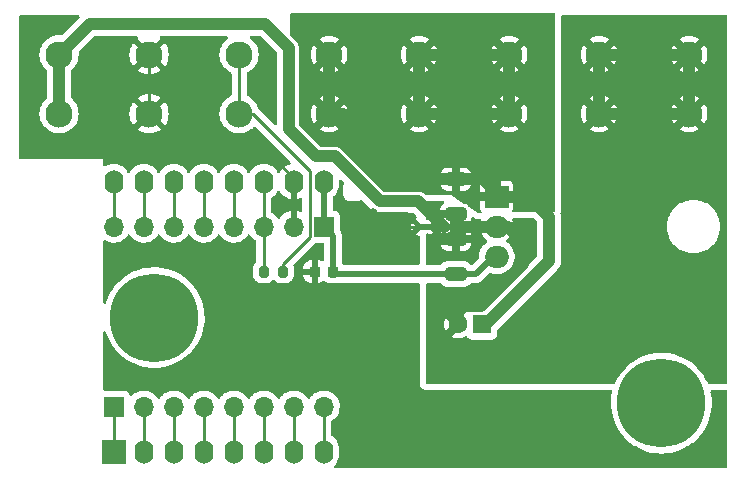
<source format=gtl>
%TF.GenerationSoftware,KiCad,Pcbnew,6.0.4-6f826c9f35~116~ubuntu18.04.1*%
%TF.CreationDate,2022-09-04T19:01:58+02:00*%
%TF.ProjectId,WS2815_D1Mini,57533238-3135-45f4-9431-4d696e692e6b,rev?*%
%TF.SameCoordinates,Original*%
%TF.FileFunction,Copper,L1,Top*%
%TF.FilePolarity,Positive*%
%FSLAX46Y46*%
G04 Gerber Fmt 4.6, Leading zero omitted, Abs format (unit mm)*
G04 Created by KiCad (PCBNEW 6.0.4-6f826c9f35~116~ubuntu18.04.1) date 2022-09-04 19:01:58*
%MOMM*%
%LPD*%
G01*
G04 APERTURE LIST*
G04 Aperture macros list*
%AMRoundRect*
0 Rectangle with rounded corners*
0 $1 Rounding radius*
0 $2 $3 $4 $5 $6 $7 $8 $9 X,Y pos of 4 corners*
0 Add a 4 corners polygon primitive as box body*
4,1,4,$2,$3,$4,$5,$6,$7,$8,$9,$2,$3,0*
0 Add four circle primitives for the rounded corners*
1,1,$1+$1,$2,$3*
1,1,$1+$1,$4,$5*
1,1,$1+$1,$6,$7*
1,1,$1+$1,$8,$9*
0 Add four rect primitives between the rounded corners*
20,1,$1+$1,$2,$3,$4,$5,0*
20,1,$1+$1,$4,$5,$6,$7,0*
20,1,$1+$1,$6,$7,$8,$9,0*
20,1,$1+$1,$8,$9,$2,$3,0*%
G04 Aperture macros list end*
%TA.AperFunction,ComponentPad*%
%ADD10C,2.300000*%
%TD*%
%TA.AperFunction,ComponentPad*%
%ADD11R,1.600000X1.600000*%
%TD*%
%TA.AperFunction,ComponentPad*%
%ADD12C,1.600000*%
%TD*%
%TA.AperFunction,ComponentPad*%
%ADD13C,7.500000*%
%TD*%
%TA.AperFunction,ComponentPad*%
%ADD14R,2.000000X2.000000*%
%TD*%
%TA.AperFunction,ComponentPad*%
%ADD15O,1.600000X2.000000*%
%TD*%
%TA.AperFunction,SMDPad,CuDef*%
%ADD16C,0.500000*%
%TD*%
%TA.AperFunction,SMDPad,CuDef*%
%ADD17RoundRect,0.250000X-0.650000X0.325000X-0.650000X-0.325000X0.650000X-0.325000X0.650000X0.325000X0*%
%TD*%
%TA.AperFunction,SMDPad,CuDef*%
%ADD18RoundRect,0.200000X0.200000X0.275000X-0.200000X0.275000X-0.200000X-0.275000X0.200000X-0.275000X0*%
%TD*%
%TA.AperFunction,SMDPad,CuDef*%
%ADD19RoundRect,0.225000X0.225000X0.250000X-0.225000X0.250000X-0.225000X-0.250000X0.225000X-0.250000X0*%
%TD*%
%TA.AperFunction,ComponentPad*%
%ADD20R,2.000000X1.905000*%
%TD*%
%TA.AperFunction,ComponentPad*%
%ADD21O,2.000000X1.905000*%
%TD*%
%TA.AperFunction,ComponentPad*%
%ADD22R,1.700000X1.700000*%
%TD*%
%TA.AperFunction,ComponentPad*%
%ADD23O,1.700000X1.700000*%
%TD*%
%TA.AperFunction,SMDPad,CuDef*%
%ADD24RoundRect,0.250000X0.650000X-0.325000X0.650000X0.325000X-0.650000X0.325000X-0.650000X-0.325000X0*%
%TD*%
%TA.AperFunction,ViaPad*%
%ADD25C,0.800000*%
%TD*%
%TA.AperFunction,Conductor*%
%ADD26C,1.000000*%
%TD*%
%TA.AperFunction,Conductor*%
%ADD27C,0.500000*%
%TD*%
%TA.AperFunction,Conductor*%
%ADD28C,0.250000*%
%TD*%
G04 APERTURE END LIST*
%TO.C,NT1*%
G36*
X138295000Y-74545000D02*
G01*
X137295000Y-74545000D01*
X137295000Y-74045000D01*
X138295000Y-74045000D01*
X138295000Y-74545000D01*
G37*
%TD*%
D10*
%TO.P,J14,1,Pin_1*%
%TO.N,+12V*%
X129610000Y-64730000D03*
X129610000Y-59730000D03*
%TO.P,J14,2,Pin_2*%
%TO.N,/GPo_WS281x*%
X121990000Y-59730000D03*
X121990000Y-64730000D03*
%TO.P,J14,3,Pin_3*%
%TO.N,GND*%
X114370000Y-59730000D03*
X114370000Y-64730000D03*
%TO.P,J14,4,Pin_4*%
%TO.N,GNDPWR*%
X106750000Y-59730000D03*
X106750000Y-64730000D03*
%TD*%
D11*
%TO.P,C1,1*%
%TO.N,+12V*%
X142560113Y-82550000D03*
D12*
%TO.P,C1,2*%
%TO.N,GNDPWR*%
X140560113Y-82550000D03*
%TD*%
D13*
%TO.P,H1,1,1*%
%TO.N,unconnected-(H1-Pad1)*%
X157750000Y-89250000D03*
%TD*%
D14*
%TO.P,U1,1,~{RST}*%
%TO.N,/RST*%
X111380000Y-93345000D03*
D15*
%TO.P,U1,2,A0*%
%TO.N,/GP_A0*%
X113920000Y-93345000D03*
%TO.P,U1,3,D0*%
%TO.N,/GP_D0*%
X116460000Y-93345000D03*
%TO.P,U1,4,SCK/D5*%
%TO.N,/GP_D5*%
X119000000Y-93345000D03*
%TO.P,U1,5,MISO/D6*%
%TO.N,/GP_D6*%
X121540000Y-93345000D03*
%TO.P,U1,6,MOSI/D7*%
%TO.N,/GP_D7*%
X124080000Y-93345000D03*
%TO.P,U1,7,CS/D8*%
%TO.N,/GP_D8*%
X126620000Y-93345000D03*
%TO.P,U1,8,3V3*%
%TO.N,/3V3*%
X129160000Y-93345000D03*
%TO.P,U1,9,5V*%
%TO.N,+5V*%
X129160000Y-70485000D03*
%TO.P,U1,10,GND*%
%TO.N,GND*%
X126620000Y-70485000D03*
%TO.P,U1,11,D4*%
%TO.N,/GP_D4*%
X124080000Y-70485000D03*
%TO.P,U1,12,D3*%
%TO.N,/GP_D3*%
X121540000Y-70485000D03*
%TO.P,U1,13,SDA/D2*%
%TO.N,/GP_D2*%
X119000000Y-70485000D03*
%TO.P,U1,14,SCL/D1*%
%TO.N,/GP_D1*%
X116460000Y-70485000D03*
%TO.P,U1,15,RX*%
%TO.N,/GP_Rx*%
X113920000Y-70485000D03*
%TO.P,U1,16,TX*%
%TO.N,/GP_Tx*%
X111380000Y-70485000D03*
%TD*%
D16*
%TO.P,NT1,1,1*%
%TO.N,GNDPWR*%
X138295000Y-74295000D03*
%TO.P,NT1,2,2*%
%TO.N,GND*%
X137295000Y-74295000D03*
%TD*%
D17*
%TO.P,C2,1*%
%TO.N,+12V*%
X140335000Y-70280000D03*
%TO.P,C2,2*%
%TO.N,GNDPWR*%
X140335000Y-73230000D03*
%TD*%
D13*
%TO.P,H3,1,1*%
%TO.N,unconnected-(H3-Pad1)*%
X114808000Y-82000000D03*
%TD*%
D10*
%TO.P,J13,1,Pin_1*%
%TO.N,GNDPWR*%
X160090000Y-64730000D03*
X160090000Y-59730000D03*
%TO.P,J13,2,Pin_2*%
X152470000Y-64730000D03*
X152470000Y-59730000D03*
%TO.P,J13,3,Pin_3*%
%TO.N,+12V*%
X144850000Y-64730000D03*
X144850000Y-59730000D03*
%TO.P,J13,4,Pin_4*%
X137230000Y-64730000D03*
X137230000Y-59730000D03*
%TD*%
D18*
%TO.P,R1,1*%
%TO.N,/GPo_WS281x*%
X125730000Y-78105000D03*
%TO.P,R1,2*%
%TO.N,/GP_D4*%
X124080000Y-78105000D03*
%TD*%
D19*
%TO.P,C4,1*%
%TO.N,+5V*%
X129935000Y-78105000D03*
%TO.P,C4,2*%
%TO.N,GND*%
X128385000Y-78105000D03*
%TD*%
D20*
%TO.P,U2,1,IN*%
%TO.N,+12V*%
X143805000Y-71755000D03*
D21*
%TO.P,U2,2,GND*%
%TO.N,GNDPWR*%
X143805000Y-74295000D03*
%TO.P,U2,3,OUT*%
%TO.N,+5V*%
X143805000Y-76835000D03*
%TD*%
D22*
%TO.P,J2,1,Pin_1*%
%TO.N,+5V*%
X129160000Y-74295000D03*
D23*
%TO.P,J2,2,Pin_2*%
%TO.N,GND*%
X126620000Y-74295000D03*
%TO.P,J2,3,Pin_3*%
%TO.N,/GP_D4*%
X124080000Y-74295000D03*
%TO.P,J2,4,Pin_4*%
%TO.N,/GP_D3*%
X121540000Y-74295000D03*
%TO.P,J2,5,Pin_5*%
%TO.N,/GP_D2*%
X119000000Y-74295000D03*
%TO.P,J2,6,Pin_6*%
%TO.N,/GP_D1*%
X116460000Y-74295000D03*
%TO.P,J2,7,Pin_7*%
%TO.N,/GP_Rx*%
X113920000Y-74295000D03*
%TO.P,J2,8,Pin_8*%
%TO.N,/GP_Tx*%
X111380000Y-74295000D03*
%TD*%
D24*
%TO.P,C3,1*%
%TO.N,+5V*%
X140335000Y-78310000D03*
%TO.P,C3,2*%
%TO.N,GNDPWR*%
X140335000Y-75360000D03*
%TD*%
D22*
%TO.P,J1,1,Pin_1*%
%TO.N,/RST*%
X111380000Y-89535000D03*
D23*
%TO.P,J1,2,Pin_2*%
%TO.N,/GP_A0*%
X113920000Y-89535000D03*
%TO.P,J1,3,Pin_3*%
%TO.N,/GP_D0*%
X116460000Y-89535000D03*
%TO.P,J1,4,Pin_4*%
%TO.N,/GP_D5*%
X119000000Y-89535000D03*
%TO.P,J1,5,Pin_5*%
%TO.N,/GP_D6*%
X121540000Y-89535000D03*
%TO.P,J1,6,Pin_6*%
%TO.N,/GP_D7*%
X124080000Y-89535000D03*
%TO.P,J1,7,Pin_7*%
%TO.N,/GP_D8*%
X126620000Y-89535000D03*
%TO.P,J1,8,Pin_8*%
%TO.N,/3V3*%
X129160000Y-89535000D03*
%TD*%
D25*
%TO.N,+12V*%
X140970000Y-62230000D03*
X140970000Y-57150000D03*
%TO.N,GNDPWR*%
X138430000Y-75438000D03*
X154940000Y-68580000D03*
X156210000Y-62230000D03*
X151765000Y-84455000D03*
X162560000Y-81280000D03*
X162560000Y-68580000D03*
%TO.N,GND*%
X124460000Y-62230000D03*
X111760000Y-86360000D03*
X130810000Y-83820000D03*
X162560000Y-93980000D03*
X111000000Y-78500000D03*
X110490000Y-62230000D03*
X133350000Y-73152000D03*
X128524000Y-76708000D03*
X118110000Y-62230000D03*
X135636000Y-76200000D03*
X135636000Y-74168000D03*
X134620000Y-93980000D03*
%TD*%
D26*
%TO.N,+12V*%
X142670000Y-70280000D02*
X140335000Y-70280000D01*
X130770000Y-64730000D02*
X129610000Y-64730000D01*
X144850000Y-64730000D02*
X144850000Y-59730000D01*
X148250000Y-73500000D02*
X146505000Y-71755000D01*
X144850000Y-59730000D02*
X137230000Y-59730000D01*
X143805000Y-71755000D02*
X143805000Y-71415000D01*
X143805000Y-71415000D02*
X142670000Y-70280000D01*
X140335000Y-70280000D02*
X136320000Y-70280000D01*
X137230000Y-64730000D02*
X137230000Y-59730000D01*
X136320000Y-70280000D02*
X130770000Y-64730000D01*
X142560113Y-82550000D02*
X142875000Y-82550000D01*
X142875000Y-82550000D02*
X148250000Y-77175000D01*
X129610000Y-64730000D02*
X129610000Y-59730000D01*
X146505000Y-71755000D02*
X143805000Y-71755000D01*
X148250000Y-77175000D02*
X148250000Y-73500000D01*
X137230000Y-64730000D02*
X144850000Y-64730000D01*
%TO.N,GNDPWR*%
X160090000Y-59730000D02*
X160090000Y-64730000D01*
X140560113Y-81550978D02*
X141060602Y-81050489D01*
X126238000Y-59182000D02*
X126238000Y-66040000D01*
X140560113Y-82550000D02*
X140560113Y-81550978D01*
X143805000Y-74295000D02*
X140335000Y-74295000D01*
X152470000Y-59730000D02*
X152470000Y-64730000D01*
X144780000Y-74295000D02*
X143805000Y-74295000D01*
D27*
X139319000Y-74295000D02*
X140335000Y-74295000D01*
D26*
X142469511Y-81050489D02*
X146050000Y-77470000D01*
X160090000Y-59730000D02*
X152470000Y-59730000D01*
X146050000Y-77470000D02*
X146050000Y-75565000D01*
D27*
X138295000Y-74295000D02*
X139319000Y-74295000D01*
D26*
X140335000Y-74295000D02*
X140335000Y-75360000D01*
X137160000Y-72136000D02*
X139319000Y-74295000D01*
X133888944Y-72136000D02*
X137160000Y-72136000D01*
X141060602Y-81050489D02*
X142469511Y-81050489D01*
X124206000Y-57150000D02*
X126238000Y-59182000D01*
X128524000Y-68326000D02*
X130078944Y-68326000D01*
X109330000Y-57150000D02*
X124206000Y-57150000D01*
X160090000Y-64730000D02*
X152470000Y-64730000D01*
X106750000Y-59730000D02*
X106750000Y-64730000D01*
X140335000Y-73230000D02*
X140335000Y-74295000D01*
X130078944Y-68326000D02*
X133888944Y-72136000D01*
X138430000Y-75438000D02*
X138508000Y-75360000D01*
X146050000Y-75565000D02*
X144780000Y-74295000D01*
X126238000Y-66040000D02*
X128524000Y-68326000D01*
X138508000Y-75360000D02*
X140335000Y-75360000D01*
X106750000Y-59730000D02*
X109330000Y-57150000D01*
D27*
%TO.N,+5V*%
X129935000Y-78105000D02*
X129935000Y-75070000D01*
X130140000Y-78310000D02*
X129935000Y-78105000D01*
X129935000Y-75070000D02*
X129160000Y-74295000D01*
X142035000Y-78310000D02*
X140335000Y-78310000D01*
X143805000Y-76835000D02*
X143510000Y-76835000D01*
X140335000Y-78310000D02*
X130140000Y-78310000D01*
X129160000Y-74295000D02*
X129160000Y-70485000D01*
X143510000Y-76835000D02*
X142035000Y-78310000D01*
D28*
%TO.N,GND*%
X137295000Y-74295000D02*
X135763000Y-74295000D01*
X137295000Y-74295000D02*
X135636000Y-75954000D01*
X114370000Y-59730000D02*
X114370000Y-64730000D01*
X135763000Y-74295000D02*
X135636000Y-74168000D01*
X128524000Y-76708000D02*
X128524000Y-77966000D01*
X135636000Y-75954000D02*
X135636000Y-76200000D01*
X133350000Y-73152000D02*
X136152000Y-73152000D01*
X126620000Y-70485000D02*
X126620000Y-74295000D01*
X136152000Y-73152000D02*
X137295000Y-74295000D01*
X128524000Y-77966000D02*
X128385000Y-78105000D01*
X126620000Y-70485000D02*
X126620000Y-70225344D01*
X126620000Y-70225344D02*
X124466656Y-68072000D01*
X117712000Y-68072000D02*
X114370000Y-64730000D01*
X124466656Y-68072000D02*
X117712000Y-68072000D01*
%TO.N,/GPo_WS281x*%
X125730000Y-77470000D02*
X127985489Y-75214511D01*
X123150000Y-64730000D02*
X121990000Y-64730000D01*
X121990000Y-59730000D02*
X121990000Y-64730000D01*
X127985489Y-75214511D02*
X127985489Y-69565489D01*
X127985489Y-69565489D02*
X123150000Y-64730000D01*
X125730000Y-78105000D02*
X125730000Y-77470000D01*
%TO.N,/RST*%
X111380000Y-89535000D02*
X111380000Y-93345000D01*
%TO.N,/GP_A0*%
X113920000Y-93345000D02*
X113920000Y-89535000D01*
%TO.N,/GP_D0*%
X116460000Y-89535000D02*
X116460000Y-93345000D01*
%TO.N,/GP_D5*%
X119000000Y-93345000D02*
X119000000Y-89535000D01*
%TO.N,/GP_D6*%
X121540000Y-89535000D02*
X121540000Y-93345000D01*
%TO.N,/GP_D7*%
X124080000Y-93345000D02*
X124080000Y-89535000D01*
%TO.N,/GP_D8*%
X126620000Y-89535000D02*
X126620000Y-93345000D01*
%TO.N,/3V3*%
X129160000Y-93345000D02*
X129160000Y-89535000D01*
%TO.N,/GP_D4*%
X124080000Y-70485000D02*
X124080000Y-74295000D01*
X124080000Y-74295000D02*
X124080000Y-78105000D01*
%TO.N,/GP_D3*%
X121540000Y-70485000D02*
X121540000Y-74295000D01*
%TO.N,/GP_D2*%
X119000000Y-70485000D02*
X119000000Y-74295000D01*
%TO.N,/GP_D1*%
X116460000Y-70485000D02*
X116460000Y-74295000D01*
%TO.N,/GP_Rx*%
X113920000Y-70485000D02*
X113920000Y-74295000D01*
%TO.N,/GP_Tx*%
X111380000Y-70485000D02*
X111380000Y-74295000D01*
%TD*%
%TA.AperFunction,Conductor*%
%TO.N,+12V*%
G36*
X148676191Y-56199407D02*
G01*
X148712155Y-56248907D01*
X148717000Y-56279500D01*
X148717000Y-72927922D01*
X148698093Y-72986113D01*
X148648593Y-73022077D01*
X148619941Y-73026903D01*
X148122361Y-73036660D01*
X145219810Y-73093572D01*
X145161262Y-73075810D01*
X145124334Y-73027025D01*
X145123135Y-72965851D01*
X145133112Y-72945785D01*
X145132641Y-72945545D01*
X145186629Y-72839588D01*
X145191384Y-72824953D01*
X145204391Y-72742827D01*
X145205000Y-72735088D01*
X145205000Y-72120680D01*
X145200878Y-72107995D01*
X145196757Y-72105000D01*
X142420681Y-72105000D01*
X142407996Y-72109122D01*
X142405001Y-72113243D01*
X142405001Y-72735085D01*
X142405611Y-72742829D01*
X142418616Y-72824949D01*
X142423373Y-72839591D01*
X142473823Y-72938606D01*
X142482865Y-72951051D01*
X142510853Y-72979039D01*
X142538630Y-73033556D01*
X142529059Y-73093988D01*
X142485794Y-73137253D01*
X142442791Y-73148024D01*
X142271030Y-73151392D01*
X142214177Y-73134785D01*
X141491980Y-72653320D01*
X141468040Y-72630803D01*
X141382008Y-72517460D01*
X141382005Y-72517457D01*
X141377922Y-72512078D01*
X141347742Y-72489170D01*
X141263160Y-72424968D01*
X141263158Y-72424967D01*
X141257783Y-72420887D01*
X141117547Y-72365364D01*
X141106669Y-72364048D01*
X141070698Y-72359694D01*
X141027678Y-72343784D01*
X139966197Y-71636131D01*
X139966196Y-71636131D01*
X139954000Y-71628000D01*
X137825086Y-71628000D01*
X137766895Y-71609093D01*
X137755082Y-71599004D01*
X137732366Y-71576288D01*
X137731637Y-71575551D01*
X137673012Y-71515685D01*
X137669141Y-71511732D01*
X137631967Y-71487775D01*
X137623832Y-71481929D01*
X137593593Y-71457790D01*
X137593592Y-71457789D01*
X137589266Y-71454336D01*
X137584289Y-71451930D01*
X137584281Y-71451925D01*
X137557952Y-71439197D01*
X137547411Y-71433282D01*
X137522834Y-71417443D01*
X137522832Y-71417442D01*
X137518183Y-71414446D01*
X137476604Y-71399312D01*
X137467397Y-71395422D01*
X137454774Y-71389320D01*
X142405000Y-71389320D01*
X142409122Y-71402005D01*
X142413243Y-71405000D01*
X143439320Y-71405000D01*
X143452005Y-71400878D01*
X143455000Y-71396757D01*
X143455000Y-71389320D01*
X144155000Y-71389320D01*
X144159122Y-71402005D01*
X144163243Y-71405000D01*
X145189319Y-71405000D01*
X145202004Y-71400878D01*
X145204999Y-71396757D01*
X145204999Y-70774915D01*
X145204389Y-70767171D01*
X145191384Y-70685051D01*
X145186627Y-70670409D01*
X145136177Y-70571394D01*
X145127135Y-70558949D01*
X145048551Y-70480365D01*
X145036106Y-70471323D01*
X144937088Y-70420871D01*
X144922453Y-70416116D01*
X144840327Y-70403109D01*
X144832588Y-70402500D01*
X144170680Y-70402500D01*
X144157995Y-70406622D01*
X144155000Y-70410743D01*
X144155000Y-71389320D01*
X143455000Y-71389320D01*
X143455000Y-70418181D01*
X143450878Y-70405496D01*
X143446757Y-70402501D01*
X142777415Y-70402501D01*
X142769671Y-70403111D01*
X142687551Y-70416116D01*
X142672909Y-70420873D01*
X142573894Y-70471323D01*
X142561449Y-70480365D01*
X142482865Y-70558949D01*
X142473823Y-70571394D01*
X142423371Y-70670412D01*
X142418616Y-70685047D01*
X142405609Y-70767173D01*
X142405000Y-70774912D01*
X142405000Y-71389320D01*
X137454774Y-71389320D01*
X137432566Y-71378584D01*
X137432564Y-71378583D01*
X137427578Y-71376173D01*
X137393687Y-71368349D01*
X137382102Y-71364916D01*
X137354631Y-71354917D01*
X137354624Y-71354915D01*
X137349422Y-71353022D01*
X137316559Y-71348870D01*
X137305546Y-71347479D01*
X137295685Y-71345723D01*
X137278378Y-71341728D01*
X137252589Y-71335774D01*
X137212508Y-71335634D01*
X137211519Y-71335601D01*
X137210717Y-71335500D01*
X137174168Y-71335500D01*
X137173822Y-71335499D01*
X137172509Y-71335494D01*
X137073000Y-71335147D01*
X137071841Y-71335406D01*
X137070106Y-71335500D01*
X134261530Y-71335500D01*
X134203339Y-71316593D01*
X134191526Y-71306504D01*
X133553714Y-70668692D01*
X139035000Y-70668692D01*
X139035153Y-70672584D01*
X139037503Y-70702449D01*
X139039311Y-70712349D01*
X139081980Y-70859216D01*
X139086890Y-70870561D01*
X139164144Y-71001191D01*
X139171721Y-71010960D01*
X139279040Y-71118279D01*
X139288809Y-71125856D01*
X139419439Y-71203110D01*
X139430784Y-71208020D01*
X139577651Y-71250689D01*
X139587551Y-71252497D01*
X139617416Y-71254847D01*
X139621308Y-71255000D01*
X139969320Y-71255000D01*
X139982005Y-71250878D01*
X139985000Y-71246757D01*
X139985000Y-71239320D01*
X140685000Y-71239320D01*
X140689122Y-71252005D01*
X140693243Y-71255000D01*
X141048692Y-71255000D01*
X141052584Y-71254847D01*
X141082449Y-71252497D01*
X141092349Y-71250689D01*
X141239216Y-71208020D01*
X141250561Y-71203110D01*
X141381191Y-71125856D01*
X141390960Y-71118279D01*
X141498279Y-71010960D01*
X141505856Y-71001191D01*
X141583110Y-70870561D01*
X141588020Y-70859216D01*
X141630689Y-70712349D01*
X141632497Y-70702449D01*
X141634847Y-70672584D01*
X141635000Y-70668692D01*
X141635000Y-70645680D01*
X141630878Y-70632995D01*
X141626757Y-70630000D01*
X140700680Y-70630000D01*
X140687995Y-70634122D01*
X140685000Y-70638243D01*
X140685000Y-71239320D01*
X139985000Y-71239320D01*
X139985000Y-70645680D01*
X139980878Y-70632995D01*
X139976757Y-70630000D01*
X139050680Y-70630000D01*
X139037995Y-70634122D01*
X139035000Y-70638243D01*
X139035000Y-70668692D01*
X133553714Y-70668692D01*
X132799342Y-69914320D01*
X139035000Y-69914320D01*
X139039122Y-69927005D01*
X139043243Y-69930000D01*
X139969320Y-69930000D01*
X139982005Y-69925878D01*
X139985000Y-69921757D01*
X139985000Y-69914320D01*
X140685000Y-69914320D01*
X140689122Y-69927005D01*
X140693243Y-69930000D01*
X141619320Y-69930000D01*
X141632005Y-69925878D01*
X141635000Y-69921757D01*
X141635000Y-69891308D01*
X141634847Y-69887416D01*
X141632497Y-69857551D01*
X141630689Y-69847651D01*
X141588020Y-69700784D01*
X141583110Y-69689439D01*
X141505856Y-69558809D01*
X141498279Y-69549040D01*
X141390960Y-69441721D01*
X141381191Y-69434144D01*
X141250561Y-69356890D01*
X141239216Y-69351980D01*
X141092349Y-69309311D01*
X141082449Y-69307503D01*
X141052584Y-69305153D01*
X141048692Y-69305000D01*
X140700680Y-69305000D01*
X140687995Y-69309122D01*
X140685000Y-69313243D01*
X140685000Y-69914320D01*
X139985000Y-69914320D01*
X139985000Y-69320680D01*
X139980878Y-69307995D01*
X139976757Y-69305000D01*
X139621308Y-69305000D01*
X139617416Y-69305153D01*
X139587551Y-69307503D01*
X139577651Y-69309311D01*
X139430784Y-69351980D01*
X139419439Y-69356890D01*
X139288809Y-69434144D01*
X139279040Y-69441721D01*
X139171721Y-69549040D01*
X139164144Y-69558809D01*
X139086890Y-69689439D01*
X139081980Y-69700784D01*
X139039311Y-69847651D01*
X139037503Y-69857551D01*
X139035153Y-69887416D01*
X139035000Y-69891308D01*
X139035000Y-69914320D01*
X132799342Y-69914320D01*
X130651310Y-67766288D01*
X130650581Y-67765551D01*
X130591956Y-67705685D01*
X130588085Y-67701732D01*
X130550911Y-67677775D01*
X130542776Y-67671929D01*
X130512537Y-67647790D01*
X130512536Y-67647789D01*
X130508210Y-67644336D01*
X130503233Y-67641930D01*
X130503225Y-67641925D01*
X130476896Y-67629197D01*
X130466355Y-67623282D01*
X130441778Y-67607443D01*
X130441776Y-67607442D01*
X130437127Y-67604446D01*
X130395548Y-67589312D01*
X130386341Y-67585422D01*
X130351510Y-67568584D01*
X130351508Y-67568583D01*
X130346522Y-67566173D01*
X130312631Y-67558349D01*
X130301046Y-67554916D01*
X130273575Y-67544917D01*
X130273568Y-67544915D01*
X130268366Y-67543022D01*
X130235503Y-67538870D01*
X130224490Y-67537479D01*
X130214629Y-67535723D01*
X130197322Y-67531728D01*
X130171533Y-67525774D01*
X130131452Y-67525634D01*
X130130463Y-67525601D01*
X130129661Y-67525500D01*
X130093112Y-67525500D01*
X130092766Y-67525499D01*
X130091453Y-67525494D01*
X129991944Y-67525147D01*
X129990785Y-67525406D01*
X129989050Y-67525500D01*
X128896586Y-67525500D01*
X128838395Y-67506593D01*
X128826582Y-67496504D01*
X127375571Y-66045493D01*
X128795049Y-66045493D01*
X128801419Y-66052384D01*
X128900824Y-66113300D01*
X128907730Y-66116819D01*
X129125952Y-66207209D01*
X129133320Y-66209603D01*
X129363004Y-66264745D01*
X129370647Y-66265956D01*
X129606125Y-66284488D01*
X129613875Y-66284488D01*
X129849353Y-66265956D01*
X129856996Y-66264745D01*
X130086680Y-66209603D01*
X130094048Y-66207209D01*
X130312270Y-66116819D01*
X130319176Y-66113300D01*
X130416887Y-66053422D01*
X130423658Y-66045493D01*
X136415049Y-66045493D01*
X136421419Y-66052384D01*
X136520824Y-66113300D01*
X136527730Y-66116819D01*
X136745952Y-66207209D01*
X136753320Y-66209603D01*
X136983004Y-66264745D01*
X136990647Y-66265956D01*
X137226125Y-66284488D01*
X137233875Y-66284488D01*
X137469353Y-66265956D01*
X137476996Y-66264745D01*
X137706680Y-66209603D01*
X137714048Y-66207209D01*
X137932270Y-66116819D01*
X137939176Y-66113300D01*
X138036887Y-66053422D01*
X138043658Y-66045493D01*
X144035049Y-66045493D01*
X144041419Y-66052384D01*
X144140824Y-66113300D01*
X144147730Y-66116819D01*
X144365952Y-66207209D01*
X144373320Y-66209603D01*
X144603004Y-66264745D01*
X144610647Y-66265956D01*
X144846125Y-66284488D01*
X144853875Y-66284488D01*
X145089353Y-66265956D01*
X145096996Y-66264745D01*
X145326680Y-66209603D01*
X145334048Y-66207209D01*
X145552270Y-66116819D01*
X145559176Y-66113300D01*
X145656887Y-66053422D01*
X145665159Y-66043736D01*
X145660575Y-66035550D01*
X144861086Y-65236061D01*
X144849203Y-65230007D01*
X144844172Y-65230803D01*
X144040831Y-66034144D01*
X144035049Y-66045493D01*
X138043658Y-66045493D01*
X138045159Y-66043736D01*
X138040575Y-66035550D01*
X137241086Y-65236061D01*
X137229203Y-65230007D01*
X137224172Y-65230803D01*
X136420831Y-66034144D01*
X136415049Y-66045493D01*
X130423658Y-66045493D01*
X130425159Y-66043736D01*
X130420575Y-66035550D01*
X129621086Y-65236061D01*
X129609203Y-65230007D01*
X129604172Y-65230803D01*
X128800831Y-66034144D01*
X128795049Y-66045493D01*
X127375571Y-66045493D01*
X127067496Y-65737418D01*
X127039719Y-65682901D01*
X127038500Y-65667414D01*
X127038500Y-64733875D01*
X128055512Y-64733875D01*
X128074044Y-64969353D01*
X128075255Y-64976996D01*
X128130397Y-65206680D01*
X128132791Y-65214048D01*
X128223181Y-65432270D01*
X128226700Y-65439176D01*
X128286578Y-65536887D01*
X128296264Y-65545159D01*
X128304450Y-65540575D01*
X129103939Y-64741086D01*
X129109181Y-64730797D01*
X130110007Y-64730797D01*
X130110803Y-64735828D01*
X130914144Y-65539169D01*
X130925493Y-65544951D01*
X130932384Y-65538581D01*
X130993300Y-65439176D01*
X130996819Y-65432270D01*
X131087209Y-65214048D01*
X131089603Y-65206680D01*
X131144745Y-64976996D01*
X131145956Y-64969353D01*
X131164488Y-64733875D01*
X135675512Y-64733875D01*
X135694044Y-64969353D01*
X135695255Y-64976996D01*
X135750397Y-65206680D01*
X135752791Y-65214048D01*
X135843181Y-65432270D01*
X135846700Y-65439176D01*
X135906578Y-65536887D01*
X135916264Y-65545159D01*
X135924450Y-65540575D01*
X136723939Y-64741086D01*
X136729181Y-64730797D01*
X137730007Y-64730797D01*
X137730803Y-64735828D01*
X138534144Y-65539169D01*
X138545493Y-65544951D01*
X138552384Y-65538581D01*
X138613300Y-65439176D01*
X138616819Y-65432270D01*
X138707209Y-65214048D01*
X138709603Y-65206680D01*
X138764745Y-64976996D01*
X138765956Y-64969353D01*
X138784488Y-64733875D01*
X143295512Y-64733875D01*
X143314044Y-64969353D01*
X143315255Y-64976996D01*
X143370397Y-65206680D01*
X143372791Y-65214048D01*
X143463181Y-65432270D01*
X143466700Y-65439176D01*
X143526578Y-65536887D01*
X143536264Y-65545159D01*
X143544450Y-65540575D01*
X144343939Y-64741086D01*
X144349181Y-64730797D01*
X145350007Y-64730797D01*
X145350803Y-64735828D01*
X146154144Y-65539169D01*
X146165493Y-65544951D01*
X146172384Y-65538581D01*
X146233300Y-65439176D01*
X146236819Y-65432270D01*
X146327209Y-65214048D01*
X146329603Y-65206680D01*
X146384745Y-64976996D01*
X146385956Y-64969353D01*
X146404488Y-64733875D01*
X146404488Y-64726125D01*
X146385956Y-64490647D01*
X146384745Y-64483004D01*
X146329603Y-64253320D01*
X146327209Y-64245952D01*
X146236819Y-64027730D01*
X146233300Y-64020824D01*
X146173422Y-63923113D01*
X146163736Y-63914841D01*
X146155550Y-63919425D01*
X145356061Y-64718914D01*
X145350007Y-64730797D01*
X144349181Y-64730797D01*
X144349993Y-64729203D01*
X144349197Y-64724172D01*
X143545856Y-63920831D01*
X143534507Y-63915049D01*
X143527616Y-63921419D01*
X143466700Y-64020824D01*
X143463181Y-64027730D01*
X143372791Y-64245952D01*
X143370397Y-64253320D01*
X143315255Y-64483004D01*
X143314044Y-64490647D01*
X143295512Y-64726125D01*
X143295512Y-64733875D01*
X138784488Y-64733875D01*
X138784488Y-64726125D01*
X138765956Y-64490647D01*
X138764745Y-64483004D01*
X138709603Y-64253320D01*
X138707209Y-64245952D01*
X138616819Y-64027730D01*
X138613300Y-64020824D01*
X138553422Y-63923113D01*
X138543736Y-63914841D01*
X138535550Y-63919425D01*
X137736061Y-64718914D01*
X137730007Y-64730797D01*
X136729181Y-64730797D01*
X136729993Y-64729203D01*
X136729197Y-64724172D01*
X135925856Y-63920831D01*
X135914507Y-63915049D01*
X135907616Y-63921419D01*
X135846700Y-64020824D01*
X135843181Y-64027730D01*
X135752791Y-64245952D01*
X135750397Y-64253320D01*
X135695255Y-64483004D01*
X135694044Y-64490647D01*
X135675512Y-64726125D01*
X135675512Y-64733875D01*
X131164488Y-64733875D01*
X131164488Y-64726125D01*
X131145956Y-64490647D01*
X131144745Y-64483004D01*
X131089603Y-64253320D01*
X131087209Y-64245952D01*
X130996819Y-64027730D01*
X130993300Y-64020824D01*
X130933422Y-63923113D01*
X130923736Y-63914841D01*
X130915550Y-63919425D01*
X130116061Y-64718914D01*
X130110007Y-64730797D01*
X129109181Y-64730797D01*
X129109993Y-64729203D01*
X129109197Y-64724172D01*
X128305856Y-63920831D01*
X128294507Y-63915049D01*
X128287616Y-63921419D01*
X128226700Y-64020824D01*
X128223181Y-64027730D01*
X128132791Y-64245952D01*
X128130397Y-64253320D01*
X128075255Y-64483004D01*
X128074044Y-64490647D01*
X128055512Y-64726125D01*
X128055512Y-64733875D01*
X127038500Y-64733875D01*
X127038500Y-63416264D01*
X128794841Y-63416264D01*
X128799425Y-63424450D01*
X129598914Y-64223939D01*
X129610797Y-64229993D01*
X129615828Y-64229197D01*
X130419169Y-63425856D01*
X130424056Y-63416264D01*
X136414841Y-63416264D01*
X136419425Y-63424450D01*
X137218914Y-64223939D01*
X137230797Y-64229993D01*
X137235828Y-64229197D01*
X138039169Y-63425856D01*
X138044056Y-63416264D01*
X144034841Y-63416264D01*
X144039425Y-63424450D01*
X144838914Y-64223939D01*
X144850797Y-64229993D01*
X144855828Y-64229197D01*
X145659169Y-63425856D01*
X145664951Y-63414507D01*
X145658581Y-63407616D01*
X145559176Y-63346700D01*
X145552270Y-63343181D01*
X145334048Y-63252791D01*
X145326680Y-63250397D01*
X145096996Y-63195255D01*
X145089353Y-63194044D01*
X144853875Y-63175512D01*
X144846125Y-63175512D01*
X144610647Y-63194044D01*
X144603004Y-63195255D01*
X144373320Y-63250397D01*
X144365952Y-63252791D01*
X144147730Y-63343181D01*
X144140824Y-63346700D01*
X144043113Y-63406578D01*
X144034841Y-63416264D01*
X138044056Y-63416264D01*
X138044951Y-63414507D01*
X138038581Y-63407616D01*
X137939176Y-63346700D01*
X137932270Y-63343181D01*
X137714048Y-63252791D01*
X137706680Y-63250397D01*
X137476996Y-63195255D01*
X137469353Y-63194044D01*
X137233875Y-63175512D01*
X137226125Y-63175512D01*
X136990647Y-63194044D01*
X136983004Y-63195255D01*
X136753320Y-63250397D01*
X136745952Y-63252791D01*
X136527730Y-63343181D01*
X136520824Y-63346700D01*
X136423113Y-63406578D01*
X136414841Y-63416264D01*
X130424056Y-63416264D01*
X130424951Y-63414507D01*
X130418581Y-63407616D01*
X130319176Y-63346700D01*
X130312270Y-63343181D01*
X130094048Y-63252791D01*
X130086680Y-63250397D01*
X129856996Y-63195255D01*
X129849353Y-63194044D01*
X129613875Y-63175512D01*
X129606125Y-63175512D01*
X129370647Y-63194044D01*
X129363004Y-63195255D01*
X129133320Y-63250397D01*
X129125952Y-63252791D01*
X128907730Y-63343181D01*
X128900824Y-63346700D01*
X128803113Y-63406578D01*
X128794841Y-63416264D01*
X127038500Y-63416264D01*
X127038500Y-61045493D01*
X128795049Y-61045493D01*
X128801419Y-61052384D01*
X128900824Y-61113300D01*
X128907730Y-61116819D01*
X129125952Y-61207209D01*
X129133320Y-61209603D01*
X129363004Y-61264745D01*
X129370647Y-61265956D01*
X129606125Y-61284488D01*
X129613875Y-61284488D01*
X129849353Y-61265956D01*
X129856996Y-61264745D01*
X130086680Y-61209603D01*
X130094048Y-61207209D01*
X130312270Y-61116819D01*
X130319176Y-61113300D01*
X130416887Y-61053422D01*
X130423658Y-61045493D01*
X136415049Y-61045493D01*
X136421419Y-61052384D01*
X136520824Y-61113300D01*
X136527730Y-61116819D01*
X136745952Y-61207209D01*
X136753320Y-61209603D01*
X136983004Y-61264745D01*
X136990647Y-61265956D01*
X137226125Y-61284488D01*
X137233875Y-61284488D01*
X137469353Y-61265956D01*
X137476996Y-61264745D01*
X137706680Y-61209603D01*
X137714048Y-61207209D01*
X137932270Y-61116819D01*
X137939176Y-61113300D01*
X138036887Y-61053422D01*
X138043658Y-61045493D01*
X144035049Y-61045493D01*
X144041419Y-61052384D01*
X144140824Y-61113300D01*
X144147730Y-61116819D01*
X144365952Y-61207209D01*
X144373320Y-61209603D01*
X144603004Y-61264745D01*
X144610647Y-61265956D01*
X144846125Y-61284488D01*
X144853875Y-61284488D01*
X145089353Y-61265956D01*
X145096996Y-61264745D01*
X145326680Y-61209603D01*
X145334048Y-61207209D01*
X145552270Y-61116819D01*
X145559176Y-61113300D01*
X145656887Y-61053422D01*
X145665159Y-61043736D01*
X145660575Y-61035550D01*
X144861086Y-60236061D01*
X144849203Y-60230007D01*
X144844172Y-60230803D01*
X144040831Y-61034144D01*
X144035049Y-61045493D01*
X138043658Y-61045493D01*
X138045159Y-61043736D01*
X138040575Y-61035550D01*
X137241086Y-60236061D01*
X137229203Y-60230007D01*
X137224172Y-60230803D01*
X136420831Y-61034144D01*
X136415049Y-61045493D01*
X130423658Y-61045493D01*
X130425159Y-61043736D01*
X130420575Y-61035550D01*
X129621086Y-60236061D01*
X129609203Y-60230007D01*
X129604172Y-60230803D01*
X128800831Y-61034144D01*
X128795049Y-61045493D01*
X127038500Y-61045493D01*
X127038500Y-59733875D01*
X128055512Y-59733875D01*
X128074044Y-59969353D01*
X128075255Y-59976996D01*
X128130397Y-60206680D01*
X128132791Y-60214048D01*
X128223181Y-60432270D01*
X128226700Y-60439176D01*
X128286578Y-60536887D01*
X128296264Y-60545159D01*
X128304450Y-60540575D01*
X129103939Y-59741086D01*
X129109181Y-59730797D01*
X130110007Y-59730797D01*
X130110803Y-59735828D01*
X130914144Y-60539169D01*
X130925493Y-60544951D01*
X130932384Y-60538581D01*
X130993300Y-60439176D01*
X130996819Y-60432270D01*
X131087209Y-60214048D01*
X131089603Y-60206680D01*
X131144745Y-59976996D01*
X131145956Y-59969353D01*
X131164488Y-59733875D01*
X135675512Y-59733875D01*
X135694044Y-59969353D01*
X135695255Y-59976996D01*
X135750397Y-60206680D01*
X135752791Y-60214048D01*
X135843181Y-60432270D01*
X135846700Y-60439176D01*
X135906578Y-60536887D01*
X135916264Y-60545159D01*
X135924450Y-60540575D01*
X136723939Y-59741086D01*
X136729181Y-59730797D01*
X137730007Y-59730797D01*
X137730803Y-59735828D01*
X138534144Y-60539169D01*
X138545493Y-60544951D01*
X138552384Y-60538581D01*
X138613300Y-60439176D01*
X138616819Y-60432270D01*
X138707209Y-60214048D01*
X138709603Y-60206680D01*
X138764745Y-59976996D01*
X138765956Y-59969353D01*
X138784488Y-59733875D01*
X143295512Y-59733875D01*
X143314044Y-59969353D01*
X143315255Y-59976996D01*
X143370397Y-60206680D01*
X143372791Y-60214048D01*
X143463181Y-60432270D01*
X143466700Y-60439176D01*
X143526578Y-60536887D01*
X143536264Y-60545159D01*
X143544450Y-60540575D01*
X144343939Y-59741086D01*
X144349181Y-59730797D01*
X145350007Y-59730797D01*
X145350803Y-59735828D01*
X146154144Y-60539169D01*
X146165493Y-60544951D01*
X146172384Y-60538581D01*
X146233300Y-60439176D01*
X146236819Y-60432270D01*
X146327209Y-60214048D01*
X146329603Y-60206680D01*
X146384745Y-59976996D01*
X146385956Y-59969353D01*
X146404488Y-59733875D01*
X146404488Y-59726125D01*
X146385956Y-59490647D01*
X146384745Y-59483004D01*
X146329603Y-59253320D01*
X146327209Y-59245952D01*
X146236819Y-59027730D01*
X146233300Y-59020824D01*
X146173422Y-58923113D01*
X146163736Y-58914841D01*
X146155550Y-58919425D01*
X145356061Y-59718914D01*
X145350007Y-59730797D01*
X144349181Y-59730797D01*
X144349993Y-59729203D01*
X144349197Y-59724172D01*
X143545856Y-58920831D01*
X143534507Y-58915049D01*
X143527616Y-58921419D01*
X143466700Y-59020824D01*
X143463181Y-59027730D01*
X143372791Y-59245952D01*
X143370397Y-59253320D01*
X143315255Y-59483004D01*
X143314044Y-59490647D01*
X143295512Y-59726125D01*
X143295512Y-59733875D01*
X138784488Y-59733875D01*
X138784488Y-59726125D01*
X138765956Y-59490647D01*
X138764745Y-59483004D01*
X138709603Y-59253320D01*
X138707209Y-59245952D01*
X138616819Y-59027730D01*
X138613300Y-59020824D01*
X138553422Y-58923113D01*
X138543736Y-58914841D01*
X138535550Y-58919425D01*
X137736061Y-59718914D01*
X137730007Y-59730797D01*
X136729181Y-59730797D01*
X136729993Y-59729203D01*
X136729197Y-59724172D01*
X135925856Y-58920831D01*
X135914507Y-58915049D01*
X135907616Y-58921419D01*
X135846700Y-59020824D01*
X135843181Y-59027730D01*
X135752791Y-59245952D01*
X135750397Y-59253320D01*
X135695255Y-59483004D01*
X135694044Y-59490647D01*
X135675512Y-59726125D01*
X135675512Y-59733875D01*
X131164488Y-59733875D01*
X131164488Y-59726125D01*
X131145956Y-59490647D01*
X131144745Y-59483004D01*
X131089603Y-59253320D01*
X131087209Y-59245952D01*
X130996819Y-59027730D01*
X130993300Y-59020824D01*
X130933422Y-58923113D01*
X130923736Y-58914841D01*
X130915550Y-58919425D01*
X130116061Y-59718914D01*
X130110007Y-59730797D01*
X129109181Y-59730797D01*
X129109993Y-59729203D01*
X129109197Y-59724172D01*
X128305856Y-58920831D01*
X128294507Y-58915049D01*
X128287616Y-58921419D01*
X128226700Y-59020824D01*
X128223181Y-59027730D01*
X128132791Y-59245952D01*
X128130397Y-59253320D01*
X128075255Y-59483004D01*
X128074044Y-59490647D01*
X128055512Y-59726125D01*
X128055512Y-59733875D01*
X127038500Y-59733875D01*
X127038500Y-59190991D01*
X127038505Y-59189954D01*
X127039383Y-59106126D01*
X127039441Y-59100593D01*
X127030093Y-59057359D01*
X127028476Y-59047481D01*
X127024163Y-59009025D01*
X127024162Y-59009021D01*
X127023546Y-59003528D01*
X127021728Y-58998308D01*
X127021727Y-58998303D01*
X127012108Y-58970683D01*
X127008837Y-58959045D01*
X127002659Y-58930470D01*
X127001489Y-58925058D01*
X126999151Y-58920044D01*
X126999149Y-58920038D01*
X126982799Y-58884976D01*
X126979030Y-58875694D01*
X126966306Y-58839156D01*
X126964485Y-58833927D01*
X126946056Y-58804434D01*
X126940290Y-58793813D01*
X126927930Y-58767307D01*
X126927926Y-58767300D01*
X126925591Y-58762293D01*
X126922204Y-58757927D01*
X126922200Y-58757920D01*
X126898480Y-58727341D01*
X126892748Y-58719125D01*
X126872248Y-58686318D01*
X126869316Y-58681625D01*
X126841061Y-58653172D01*
X126840398Y-58652463D01*
X126839901Y-58651823D01*
X126814041Y-58625963D01*
X126813798Y-58625718D01*
X126745162Y-58556601D01*
X126745155Y-58556595D01*
X126742770Y-58554193D01*
X126741769Y-58553558D01*
X126740476Y-58552398D01*
X126604342Y-58416264D01*
X128794841Y-58416264D01*
X128799425Y-58424450D01*
X129598914Y-59223939D01*
X129610797Y-59229993D01*
X129615828Y-59229197D01*
X130419169Y-58425856D01*
X130424056Y-58416264D01*
X136414841Y-58416264D01*
X136419425Y-58424450D01*
X137218914Y-59223939D01*
X137230797Y-59229993D01*
X137235828Y-59229197D01*
X138039169Y-58425856D01*
X138044056Y-58416264D01*
X144034841Y-58416264D01*
X144039425Y-58424450D01*
X144838914Y-59223939D01*
X144850797Y-59229993D01*
X144855828Y-59229197D01*
X145659169Y-58425856D01*
X145664951Y-58414507D01*
X145658581Y-58407616D01*
X145559176Y-58346700D01*
X145552270Y-58343181D01*
X145334048Y-58252791D01*
X145326680Y-58250397D01*
X145096996Y-58195255D01*
X145089353Y-58194044D01*
X144853875Y-58175512D01*
X144846125Y-58175512D01*
X144610647Y-58194044D01*
X144603004Y-58195255D01*
X144373320Y-58250397D01*
X144365952Y-58252791D01*
X144147730Y-58343181D01*
X144140824Y-58346700D01*
X144043113Y-58406578D01*
X144034841Y-58416264D01*
X138044056Y-58416264D01*
X138044951Y-58414507D01*
X138038581Y-58407616D01*
X137939176Y-58346700D01*
X137932270Y-58343181D01*
X137714048Y-58252791D01*
X137706680Y-58250397D01*
X137476996Y-58195255D01*
X137469353Y-58194044D01*
X137233875Y-58175512D01*
X137226125Y-58175512D01*
X136990647Y-58194044D01*
X136983004Y-58195255D01*
X136753320Y-58250397D01*
X136745952Y-58252791D01*
X136527730Y-58343181D01*
X136520824Y-58346700D01*
X136423113Y-58406578D01*
X136414841Y-58416264D01*
X130424056Y-58416264D01*
X130424951Y-58414507D01*
X130418581Y-58407616D01*
X130319176Y-58346700D01*
X130312270Y-58343181D01*
X130094048Y-58252791D01*
X130086680Y-58250397D01*
X129856996Y-58195255D01*
X129849353Y-58194044D01*
X129613875Y-58175512D01*
X129606125Y-58175512D01*
X129370647Y-58194044D01*
X129363004Y-58195255D01*
X129133320Y-58250397D01*
X129125952Y-58252791D01*
X128907730Y-58343181D01*
X128900824Y-58346700D01*
X128803113Y-58406578D01*
X128794841Y-58416264D01*
X126604342Y-58416264D01*
X126368996Y-58180918D01*
X126341219Y-58126401D01*
X126340000Y-58110914D01*
X126340000Y-56279500D01*
X126358907Y-56221309D01*
X126408407Y-56185345D01*
X126439000Y-56180500D01*
X148618000Y-56180500D01*
X148676191Y-56199407D01*
G37*
%TD.AperFunction*%
%TD*%
%TA.AperFunction,Conductor*%
%TO.N,GNDPWR*%
G36*
X163263621Y-56408502D02*
G01*
X163310114Y-56462158D01*
X163321500Y-56514500D01*
X163321500Y-87504000D01*
X163301498Y-87572121D01*
X163247842Y-87618614D01*
X163195500Y-87630000D01*
X161772470Y-87630000D01*
X161704349Y-87609998D01*
X161657633Y-87555851D01*
X161549875Y-87317194D01*
X161548654Y-87314489D01*
X161479695Y-87193590D01*
X161351113Y-86968163D01*
X161349648Y-86965594D01*
X161118691Y-86636976D01*
X160857833Y-86331550D01*
X160756530Y-86233381D01*
X160571529Y-86054102D01*
X160571520Y-86054094D01*
X160569390Y-86052030D01*
X160255922Y-85800894D01*
X160244207Y-85793199D01*
X159922695Y-85582005D01*
X159922685Y-85581999D01*
X159920211Y-85580374D01*
X159565237Y-85392425D01*
X159194151Y-85238716D01*
X158810247Y-85120611D01*
X158807344Y-85120010D01*
X158807337Y-85120008D01*
X158419851Y-85039764D01*
X158419841Y-85039762D01*
X158416932Y-85039160D01*
X158017697Y-84995084D01*
X158014716Y-84995037D01*
X158014713Y-84995037D01*
X157902454Y-84993274D01*
X157616086Y-84988775D01*
X157613142Y-84989007D01*
X157613132Y-84989007D01*
X157228775Y-85019257D01*
X157215663Y-85020289D01*
X156819984Y-85089346D01*
X156817117Y-85090130D01*
X156817105Y-85090133D01*
X156435423Y-85194549D01*
X156435413Y-85194552D01*
X156432559Y-85195333D01*
X156429795Y-85196377D01*
X156429784Y-85196381D01*
X156059601Y-85336262D01*
X156056828Y-85337310D01*
X155696126Y-85514016D01*
X155693591Y-85515569D01*
X155693590Y-85515570D01*
X155585178Y-85582005D01*
X155353654Y-85723883D01*
X155032452Y-85965049D01*
X154735371Y-86235371D01*
X154465049Y-86532452D01*
X154223883Y-86853654D01*
X154014016Y-87196126D01*
X153837310Y-87556828D01*
X153836629Y-87556495D01*
X153793253Y-87608618D01*
X153723032Y-87630000D01*
X137921000Y-87630000D01*
X137852879Y-87609998D01*
X137806386Y-87556342D01*
X137795000Y-87504000D01*
X137795000Y-82524219D01*
X139355763Y-82524219D01*
X139369431Y-82732759D01*
X139371231Y-82744127D01*
X139422676Y-82946689D01*
X139426514Y-82957527D01*
X139491850Y-83099252D01*
X139501122Y-83109876D01*
X139507015Y-83108123D01*
X140052326Y-82562812D01*
X140059940Y-82548868D01*
X140059809Y-82547035D01*
X140055558Y-82540420D01*
X139513729Y-81998591D01*
X139501349Y-81991831D01*
X139495383Y-81996297D01*
X139449399Y-82083698D01*
X139444994Y-82094333D01*
X139383021Y-82293916D01*
X139380628Y-82305174D01*
X139356064Y-82512718D01*
X139355763Y-82524219D01*
X137795000Y-82524219D01*
X137795000Y-79194500D01*
X137815002Y-79126379D01*
X137868658Y-79079886D01*
X137921000Y-79068500D01*
X138994317Y-79068500D01*
X139062438Y-79088502D01*
X139086016Y-79109855D01*
X139086522Y-79109348D01*
X139211697Y-79234305D01*
X139217927Y-79238145D01*
X139217928Y-79238146D01*
X139355090Y-79322694D01*
X139362262Y-79327115D01*
X139442005Y-79353564D01*
X139523611Y-79380632D01*
X139523613Y-79380632D01*
X139530139Y-79382797D01*
X139536975Y-79383497D01*
X139536978Y-79383498D01*
X139580031Y-79387909D01*
X139634600Y-79393500D01*
X141035400Y-79393500D01*
X141038646Y-79393163D01*
X141038650Y-79393163D01*
X141134308Y-79383238D01*
X141134312Y-79383237D01*
X141141166Y-79382526D01*
X141147702Y-79380345D01*
X141147704Y-79380345D01*
X141279806Y-79336272D01*
X141308946Y-79326550D01*
X141459348Y-79233478D01*
X141584305Y-79108303D01*
X141585945Y-79109941D01*
X141634744Y-79075344D01*
X141675706Y-79068500D01*
X141967930Y-79068500D01*
X141986880Y-79069933D01*
X142001115Y-79072099D01*
X142001119Y-79072099D01*
X142008349Y-79073199D01*
X142015641Y-79072606D01*
X142015644Y-79072606D01*
X142061018Y-79068915D01*
X142071233Y-79068500D01*
X142079293Y-79068500D01*
X142092583Y-79066951D01*
X142107507Y-79065211D01*
X142111882Y-79064778D01*
X142177339Y-79059454D01*
X142177342Y-79059453D01*
X142184637Y-79058860D01*
X142191601Y-79056604D01*
X142197560Y-79055413D01*
X142203415Y-79054029D01*
X142210681Y-79053182D01*
X142279327Y-79028265D01*
X142283455Y-79026848D01*
X142345936Y-79006607D01*
X142345938Y-79006606D01*
X142352899Y-79004351D01*
X142359154Y-79000555D01*
X142364628Y-78998049D01*
X142370058Y-78995330D01*
X142376937Y-78992833D01*
X142437976Y-78952814D01*
X142441680Y-78950477D01*
X142504107Y-78912595D01*
X142512484Y-78905197D01*
X142512508Y-78905224D01*
X142515500Y-78902571D01*
X142518733Y-78899868D01*
X142524852Y-78895856D01*
X142578128Y-78839617D01*
X142580506Y-78837175D01*
X143164535Y-78253146D01*
X143226847Y-78219120D01*
X143287302Y-78220824D01*
X143482798Y-78275040D01*
X143487935Y-78275589D01*
X143675593Y-78295644D01*
X143675601Y-78295644D01*
X143678928Y-78296000D01*
X143913402Y-78296000D01*
X143915975Y-78295788D01*
X143915986Y-78295788D01*
X144016946Y-78287487D01*
X144091937Y-78281322D01*
X144324944Y-78222794D01*
X144453771Y-78166779D01*
X144540526Y-78129057D01*
X144540529Y-78129055D01*
X144545263Y-78126997D01*
X144746977Y-77996502D01*
X144924670Y-77834814D01*
X145065674Y-77656272D01*
X145070367Y-77650330D01*
X145070370Y-77650325D01*
X145073568Y-77646276D01*
X145115796Y-77569781D01*
X145187177Y-77440474D01*
X145187179Y-77440470D01*
X145189674Y-77435950D01*
X145205343Y-77391704D01*
X145268144Y-77214360D01*
X145268145Y-77214356D01*
X145269870Y-77209485D01*
X145276475Y-77172407D01*
X145311095Y-76978052D01*
X145311096Y-76978046D01*
X145312001Y-76972963D01*
X145313151Y-76878866D01*
X145314873Y-76737907D01*
X145314873Y-76737905D01*
X145314936Y-76732737D01*
X145278596Y-76495256D01*
X145220296Y-76316885D01*
X145205566Y-76271817D01*
X145205563Y-76271811D01*
X145203958Y-76266899D01*
X145196630Y-76252821D01*
X145095416Y-76058393D01*
X145093025Y-76053800D01*
X144948777Y-75861680D01*
X144804230Y-75723548D01*
X144778827Y-75699272D01*
X144775088Y-75695699D01*
X144727235Y-75663056D01*
X144639957Y-75603518D01*
X144594955Y-75548606D01*
X144586784Y-75478082D01*
X144618038Y-75414335D01*
X144640595Y-75394909D01*
X144698627Y-75355840D01*
X144706905Y-75349185D01*
X144865268Y-75198113D01*
X144872308Y-75190156D01*
X145002950Y-75014567D01*
X145008554Y-75005530D01*
X145107743Y-74810439D01*
X145111743Y-74800588D01*
X145154682Y-74662300D01*
X145154900Y-74648201D01*
X145148169Y-74645000D01*
X142467071Y-74645000D01*
X142453540Y-74648973D01*
X142452015Y-74659581D01*
X142456265Y-74679835D01*
X142459322Y-74690026D01*
X142539711Y-74893582D01*
X142544438Y-74903104D01*
X142657974Y-75090206D01*
X142664240Y-75098799D01*
X142807675Y-75264094D01*
X142815306Y-75271514D01*
X142976897Y-75404011D01*
X143016892Y-75462671D01*
X143018823Y-75533641D01*
X142982079Y-75594389D01*
X142965446Y-75607237D01*
X142867363Y-75670690D01*
X142863023Y-75673498D01*
X142685330Y-75835186D01*
X142661141Y-75865815D01*
X142539633Y-76019670D01*
X142539630Y-76019675D01*
X142536432Y-76023724D01*
X142533939Y-76028240D01*
X142533937Y-76028243D01*
X142435412Y-76206721D01*
X142420326Y-76234050D01*
X142418602Y-76238919D01*
X142418600Y-76238923D01*
X142384577Y-76335000D01*
X142340130Y-76460515D01*
X142339223Y-76465608D01*
X142339222Y-76465611D01*
X142320351Y-76571556D01*
X142297999Y-76697037D01*
X142295196Y-76926463D01*
X142274363Y-76994335D01*
X142258300Y-77014019D01*
X141761659Y-77510660D01*
X141699347Y-77544686D01*
X141628532Y-77539621D01*
X141585696Y-77508430D01*
X141583478Y-77510652D01*
X141463483Y-77390866D01*
X141458303Y-77385695D01*
X141452072Y-77381854D01*
X141313968Y-77296725D01*
X141313966Y-77296724D01*
X141307738Y-77292885D01*
X141147254Y-77239655D01*
X141146389Y-77239368D01*
X141146387Y-77239368D01*
X141139861Y-77237203D01*
X141133025Y-77236503D01*
X141133022Y-77236502D01*
X141086864Y-77231773D01*
X141035400Y-77226500D01*
X139634600Y-77226500D01*
X139631354Y-77226837D01*
X139631350Y-77226837D01*
X139535692Y-77236762D01*
X139535688Y-77236763D01*
X139528834Y-77237474D01*
X139522298Y-77239655D01*
X139522296Y-77239655D01*
X139396962Y-77281470D01*
X139361054Y-77293450D01*
X139210652Y-77386522D01*
X139085695Y-77511697D01*
X139084055Y-77510059D01*
X139035256Y-77544656D01*
X138994294Y-77551500D01*
X137921000Y-77551500D01*
X137852879Y-77531498D01*
X137806386Y-77477842D01*
X137795000Y-77425500D01*
X137795000Y-75748173D01*
X139035000Y-75748173D01*
X139035193Y-75753099D01*
X139037396Y-75781081D01*
X139039695Y-75793668D01*
X139081506Y-75937585D01*
X139087755Y-75952024D01*
X139163279Y-76079729D01*
X139172926Y-76092165D01*
X139277835Y-76197074D01*
X139290271Y-76206721D01*
X139417976Y-76282245D01*
X139432415Y-76288494D01*
X139576332Y-76330305D01*
X139588919Y-76332604D01*
X139616901Y-76334807D01*
X139621827Y-76335000D01*
X139966885Y-76335000D01*
X139982124Y-76330525D01*
X139983329Y-76329135D01*
X139985000Y-76321452D01*
X139985000Y-76316885D01*
X140685000Y-76316885D01*
X140689475Y-76332124D01*
X140690865Y-76333329D01*
X140698548Y-76335000D01*
X141048173Y-76335000D01*
X141053099Y-76334807D01*
X141081081Y-76332604D01*
X141093668Y-76330305D01*
X141237585Y-76288494D01*
X141252024Y-76282245D01*
X141379729Y-76206721D01*
X141392165Y-76197074D01*
X141497074Y-76092165D01*
X141506721Y-76079729D01*
X141582245Y-75952024D01*
X141588494Y-75937585D01*
X141630305Y-75793668D01*
X141632604Y-75781081D01*
X141634807Y-75753099D01*
X141635000Y-75748173D01*
X141635000Y-75728115D01*
X141630525Y-75712876D01*
X141629135Y-75711671D01*
X141621452Y-75710000D01*
X140703115Y-75710000D01*
X140687876Y-75714475D01*
X140686671Y-75715865D01*
X140685000Y-75723548D01*
X140685000Y-76316885D01*
X139985000Y-76316885D01*
X139985000Y-75728115D01*
X139980525Y-75712876D01*
X139979135Y-75711671D01*
X139971452Y-75710000D01*
X139053115Y-75710000D01*
X139037876Y-75714475D01*
X139036671Y-75715865D01*
X139035000Y-75723548D01*
X139035000Y-75748173D01*
X137795000Y-75748173D01*
X137795000Y-74974975D01*
X137815002Y-74906854D01*
X137868658Y-74860361D01*
X137938932Y-74850257D01*
X137981122Y-74864244D01*
X138047290Y-74900170D01*
X138061305Y-74905719D01*
X138198788Y-74941788D01*
X138213737Y-74943835D01*
X138355846Y-74946068D01*
X138370847Y-74944491D01*
X138509398Y-74912759D01*
X138523578Y-74907653D01*
X138527700Y-74905580D01*
X138538004Y-74895950D01*
X138535792Y-74889345D01*
X138090687Y-74444240D01*
X138056661Y-74381928D01*
X138055008Y-74337609D01*
X138057452Y-74320222D01*
X138057452Y-74320216D01*
X138058001Y-74316313D01*
X138058165Y-74304580D01*
X138058244Y-74298961D01*
X138058244Y-74298955D01*
X138058283Y-74296132D01*
X138653751Y-74296132D01*
X138653882Y-74297965D01*
X138658133Y-74304580D01*
X138883271Y-74529718D01*
X138895651Y-74536478D01*
X138899749Y-74533410D01*
X138924631Y-74471512D01*
X138928533Y-74456950D01*
X138949049Y-74312797D01*
X138949673Y-74304588D01*
X138949731Y-74299133D01*
X138949277Y-74290894D01*
X138931786Y-74146355D01*
X138928189Y-74131710D01*
X138902686Y-74064219D01*
X138894186Y-74052965D01*
X138889561Y-74053992D01*
X138661365Y-74282188D01*
X138653751Y-74296132D01*
X138058283Y-74296132D01*
X138058299Y-74295000D01*
X138053273Y-74250193D01*
X138065557Y-74180269D01*
X138089393Y-74147054D01*
X138531929Y-73704518D01*
X138538689Y-73692138D01*
X138534514Y-73686560D01*
X138522284Y-73681866D01*
X138384434Y-73647240D01*
X138369465Y-73645349D01*
X138227336Y-73644605D01*
X138212360Y-73646337D01*
X138074144Y-73679520D01*
X138060020Y-73684773D01*
X137978790Y-73726699D01*
X137909083Y-73740168D01*
X137843159Y-73713813D01*
X137801950Y-73656000D01*
X137795000Y-73614733D01*
X137795000Y-72267500D01*
X137815002Y-72199379D01*
X137868658Y-72152886D01*
X137921000Y-72141500D01*
X139238520Y-72141500D01*
X139306641Y-72161502D01*
X139353134Y-72215158D01*
X139363238Y-72285432D01*
X139333744Y-72350012D01*
X139302660Y-72375953D01*
X139290269Y-72383281D01*
X139277835Y-72392926D01*
X139172926Y-72497835D01*
X139163279Y-72510271D01*
X139087755Y-72637976D01*
X139081506Y-72652415D01*
X139039695Y-72796332D01*
X139037396Y-72808919D01*
X139035193Y-72836901D01*
X139035000Y-72841828D01*
X139035000Y-72861885D01*
X139039475Y-72877124D01*
X139040865Y-72878329D01*
X139048548Y-72880000D01*
X140559000Y-72880000D01*
X140627121Y-72900002D01*
X140673614Y-72953658D01*
X140685000Y-73006000D01*
X140685000Y-73454000D01*
X140664998Y-73522121D01*
X140611342Y-73568614D01*
X140559000Y-73580000D01*
X139053115Y-73580000D01*
X139037876Y-73584475D01*
X139036671Y-73585865D01*
X139035000Y-73593548D01*
X139035000Y-73618173D01*
X139035193Y-73623099D01*
X139037396Y-73651081D01*
X139039695Y-73663668D01*
X139081506Y-73807585D01*
X139087755Y-73822024D01*
X139163279Y-73949729D01*
X139172926Y-73962165D01*
X139277835Y-74067074D01*
X139290271Y-74076721D01*
X139417976Y-74152245D01*
X139432415Y-74158494D01*
X139485798Y-74174003D01*
X139545633Y-74212216D01*
X139575311Y-74276712D01*
X139565408Y-74347015D01*
X139519068Y-74400803D01*
X139485798Y-74415997D01*
X139432415Y-74431506D01*
X139417976Y-74437755D01*
X139290271Y-74513279D01*
X139277835Y-74522926D01*
X139172926Y-74627835D01*
X139163279Y-74640271D01*
X139087755Y-74767976D01*
X139081506Y-74782415D01*
X139039695Y-74926332D01*
X139037396Y-74938919D01*
X139035193Y-74966901D01*
X139035000Y-74971828D01*
X139035000Y-74991885D01*
X139039475Y-75007124D01*
X139040865Y-75008329D01*
X139048548Y-75010000D01*
X141616885Y-75010000D01*
X141632124Y-75005525D01*
X141633329Y-75004135D01*
X141635000Y-74996452D01*
X141635000Y-74971828D01*
X141634807Y-74966901D01*
X141632604Y-74938919D01*
X141630305Y-74926332D01*
X141588494Y-74782415D01*
X141582245Y-74767976D01*
X141506721Y-74640271D01*
X141497074Y-74627835D01*
X141392165Y-74522926D01*
X141379729Y-74513279D01*
X141252024Y-74437755D01*
X141237585Y-74431506D01*
X141184202Y-74415997D01*
X141124367Y-74377784D01*
X141094689Y-74313288D01*
X141104592Y-74242985D01*
X141150932Y-74189197D01*
X141184202Y-74174003D01*
X141237585Y-74158494D01*
X141252024Y-74152245D01*
X141379729Y-74076721D01*
X141392165Y-74067074D01*
X141497074Y-73962165D01*
X141506721Y-73949729D01*
X141582245Y-73822024D01*
X141588494Y-73807585D01*
X141630305Y-73663668D01*
X141632604Y-73651081D01*
X141634807Y-73623099D01*
X141635000Y-73618173D01*
X141635000Y-73601250D01*
X141655002Y-73533129D01*
X141708658Y-73486636D01*
X141778932Y-73476532D01*
X141830892Y-73496412D01*
X141925353Y-73559387D01*
X141925359Y-73559391D01*
X141929338Y-73562043D01*
X141933673Y-73564063D01*
X141933678Y-73564066D01*
X142065856Y-73625664D01*
X142065861Y-73625666D01*
X142070198Y-73627687D01*
X142074791Y-73629029D01*
X142074792Y-73629029D01*
X142122463Y-73642954D01*
X142122465Y-73642954D01*
X142127051Y-73644294D01*
X142131791Y-73644925D01*
X142131792Y-73644925D01*
X142276352Y-73664162D01*
X142276357Y-73664162D01*
X142281097Y-73664793D01*
X142313277Y-73664162D01*
X142363935Y-73663169D01*
X142432435Y-73681832D01*
X142479971Y-73734566D01*
X142491450Y-73804629D01*
X142486738Y-73826509D01*
X142455318Y-73927700D01*
X142455100Y-73941799D01*
X142461831Y-73945000D01*
X145142929Y-73945000D01*
X145156460Y-73941027D01*
X145157985Y-73930419D01*
X145153735Y-73910165D01*
X145150676Y-73899969D01*
X145102704Y-73778495D01*
X145096286Y-73707789D01*
X145129114Y-73644838D01*
X145190764Y-73609628D01*
X145226495Y-73606505D01*
X145229877Y-73606973D01*
X145234825Y-73606876D01*
X146844397Y-73575317D01*
X146912897Y-73593980D01*
X146935962Y-73612197D01*
X147204595Y-73880829D01*
X147238620Y-73943142D01*
X147241500Y-73969925D01*
X147241500Y-76705075D01*
X147221498Y-76773196D01*
X147204595Y-76794170D01*
X142794171Y-81204595D01*
X142731859Y-81238621D01*
X142705076Y-81241500D01*
X141711979Y-81241500D01*
X141649797Y-81248255D01*
X141513408Y-81299385D01*
X141396852Y-81386739D01*
X141391471Y-81393919D01*
X141391470Y-81393920D01*
X141328071Y-81478513D01*
X141271212Y-81521028D01*
X141200393Y-81526054D01*
X141160009Y-81509510D01*
X141112114Y-81479291D01*
X141101872Y-81474072D01*
X140907755Y-81396627D01*
X140896728Y-81393360D01*
X140691752Y-81352588D01*
X140680306Y-81351385D01*
X140471341Y-81348650D01*
X140459861Y-81349553D01*
X140253890Y-81384945D01*
X140242782Y-81387922D01*
X140046705Y-81460258D01*
X140036326Y-81465208D01*
X140010496Y-81480575D01*
X140000898Y-81490908D01*
X140004385Y-81499297D01*
X140965993Y-82460905D01*
X141000019Y-82523217D01*
X140994954Y-82594032D01*
X140965993Y-82639095D01*
X140005519Y-83599569D01*
X139998759Y-83611949D01*
X140002105Y-83616419D01*
X140182401Y-83693879D01*
X140193334Y-83697431D01*
X140397176Y-83743556D01*
X140408584Y-83745058D01*
X140617416Y-83753262D01*
X140628900Y-83752660D01*
X140835727Y-83722673D01*
X140846922Y-83719985D01*
X141044820Y-83652807D01*
X141055324Y-83648130D01*
X141165261Y-83586562D01*
X141234470Y-83570728D01*
X141301252Y-83594825D01*
X141327654Y-83620931D01*
X141396852Y-83713261D01*
X141513408Y-83800615D01*
X141649797Y-83851745D01*
X141711979Y-83858500D01*
X143408247Y-83858500D01*
X143470429Y-83851745D01*
X143606818Y-83800615D01*
X143723374Y-83713261D01*
X143810728Y-83596705D01*
X143861858Y-83460316D01*
X143868613Y-83398134D01*
X143868613Y-83034812D01*
X143888615Y-82966691D01*
X143905518Y-82945717D01*
X148919379Y-77931855D01*
X148929522Y-77922753D01*
X148954218Y-77902897D01*
X148959025Y-77899032D01*
X148991292Y-77860578D01*
X148994472Y-77856931D01*
X148996115Y-77855119D01*
X148998309Y-77852925D01*
X149025642Y-77819651D01*
X149026348Y-77818800D01*
X149082195Y-77752244D01*
X149086154Y-77747526D01*
X149088722Y-77742856D01*
X149092103Y-77738739D01*
X149135977Y-77656914D01*
X149136606Y-77655755D01*
X149178462Y-77579619D01*
X149178465Y-77579611D01*
X149181433Y-77574213D01*
X149183045Y-77569131D01*
X149185562Y-77564437D01*
X149212774Y-77475435D01*
X149213143Y-77474249D01*
X149223858Y-77440474D01*
X149241235Y-77385694D01*
X149241829Y-77380403D01*
X149243388Y-77375302D01*
X149252790Y-77282737D01*
X149252925Y-77281470D01*
X149258108Y-77235270D01*
X149258108Y-77235265D01*
X149258500Y-77231773D01*
X149258500Y-77228248D01*
X149258555Y-77227263D01*
X149259004Y-77221559D01*
X149262752Y-77184666D01*
X149262752Y-77184661D01*
X149263374Y-77178538D01*
X149259059Y-77132891D01*
X149258500Y-77121033D01*
X149258500Y-74295000D01*
X158201654Y-74295000D01*
X158201924Y-74299119D01*
X158217683Y-74539556D01*
X158221017Y-74590426D01*
X158221819Y-74594459D01*
X158221820Y-74594465D01*
X158272701Y-74850257D01*
X158278776Y-74880797D01*
X158280103Y-74884706D01*
X158280104Y-74884710D01*
X158352777Y-75098799D01*
X158373941Y-75161145D01*
X158375765Y-75164843D01*
X158498801Y-75414335D01*
X158504885Y-75426673D01*
X158507179Y-75430106D01*
X158662831Y-75663056D01*
X158669367Y-75672838D01*
X158672081Y-75675932D01*
X158672085Y-75675938D01*
X158838604Y-75865815D01*
X158864573Y-75895427D01*
X158867662Y-75898136D01*
X159084062Y-76087915D01*
X159084068Y-76087919D01*
X159087162Y-76090633D01*
X159090588Y-76092922D01*
X159090593Y-76092926D01*
X159246462Y-76197074D01*
X159333327Y-76255115D01*
X159337026Y-76256939D01*
X159337031Y-76256942D01*
X159458584Y-76316885D01*
X159598855Y-76386059D01*
X159602760Y-76387384D01*
X159602761Y-76387385D01*
X159875290Y-76479896D01*
X159875294Y-76479897D01*
X159879203Y-76481224D01*
X159883247Y-76482028D01*
X159883253Y-76482030D01*
X160165535Y-76538180D01*
X160165541Y-76538181D01*
X160169574Y-76538983D01*
X160173679Y-76539252D01*
X160173686Y-76539253D01*
X160460881Y-76558076D01*
X160465000Y-76558346D01*
X160469119Y-76558076D01*
X160756314Y-76539253D01*
X160756321Y-76539252D01*
X160760426Y-76538983D01*
X160764459Y-76538181D01*
X160764465Y-76538180D01*
X161046747Y-76482030D01*
X161046753Y-76482028D01*
X161050797Y-76481224D01*
X161054706Y-76479897D01*
X161054710Y-76479896D01*
X161327239Y-76387385D01*
X161327240Y-76387384D01*
X161331145Y-76386059D01*
X161471416Y-76316885D01*
X161592969Y-76256942D01*
X161592974Y-76256939D01*
X161596673Y-76255115D01*
X161683538Y-76197074D01*
X161839407Y-76092926D01*
X161839412Y-76092922D01*
X161842838Y-76090633D01*
X161845932Y-76087919D01*
X161845938Y-76087915D01*
X162062338Y-75898136D01*
X162065427Y-75895427D01*
X162091396Y-75865815D01*
X162257915Y-75675938D01*
X162257919Y-75675932D01*
X162260633Y-75672838D01*
X162267170Y-75663056D01*
X162422821Y-75430106D01*
X162425115Y-75426673D01*
X162431200Y-75414335D01*
X162554235Y-75164843D01*
X162556059Y-75161145D01*
X162577223Y-75098799D01*
X162649896Y-74884710D01*
X162649897Y-74884706D01*
X162651224Y-74880797D01*
X162657299Y-74850257D01*
X162708180Y-74594465D01*
X162708181Y-74594459D01*
X162708983Y-74590426D01*
X162712318Y-74539556D01*
X162728076Y-74299119D01*
X162728346Y-74295000D01*
X162722920Y-74212216D01*
X162709253Y-74003686D01*
X162709252Y-74003679D01*
X162708983Y-73999574D01*
X162703086Y-73969925D01*
X162652030Y-73713253D01*
X162652028Y-73713247D01*
X162651224Y-73709203D01*
X162645432Y-73692138D01*
X162557385Y-73432761D01*
X162557384Y-73432760D01*
X162556059Y-73428855D01*
X162491169Y-73297272D01*
X162426942Y-73167031D01*
X162426939Y-73167026D01*
X162425115Y-73163327D01*
X162276739Y-72941266D01*
X162262926Y-72920593D01*
X162262922Y-72920588D01*
X162260633Y-72917162D01*
X162257919Y-72914068D01*
X162257915Y-72914062D01*
X162068136Y-72697662D01*
X162065427Y-72694573D01*
X162000891Y-72637976D01*
X161845938Y-72502085D01*
X161845932Y-72502081D01*
X161842838Y-72499367D01*
X161839412Y-72497078D01*
X161839407Y-72497074D01*
X161600106Y-72337179D01*
X161596673Y-72334885D01*
X161592974Y-72333061D01*
X161592969Y-72333058D01*
X161456687Y-72265852D01*
X161331145Y-72203941D01*
X161317706Y-72199379D01*
X161054710Y-72110104D01*
X161054706Y-72110103D01*
X161050797Y-72108776D01*
X161046753Y-72107972D01*
X161046747Y-72107970D01*
X160764465Y-72051820D01*
X160764459Y-72051819D01*
X160760426Y-72051017D01*
X160756321Y-72050748D01*
X160756314Y-72050747D01*
X160469119Y-72031924D01*
X160465000Y-72031654D01*
X160460881Y-72031924D01*
X160173686Y-72050747D01*
X160173679Y-72050748D01*
X160169574Y-72051017D01*
X160165541Y-72051819D01*
X160165535Y-72051820D01*
X159883253Y-72107970D01*
X159883247Y-72107972D01*
X159879203Y-72108776D01*
X159875294Y-72110103D01*
X159875290Y-72110104D01*
X159612294Y-72199379D01*
X159598855Y-72203941D01*
X159473313Y-72265852D01*
X159337031Y-72333058D01*
X159337026Y-72333061D01*
X159333327Y-72334885D01*
X159329894Y-72337179D01*
X159090593Y-72497074D01*
X159090588Y-72497078D01*
X159087162Y-72499367D01*
X159084068Y-72502081D01*
X159084062Y-72502085D01*
X158929109Y-72637976D01*
X158864573Y-72694573D01*
X158861864Y-72697662D01*
X158672085Y-72914062D01*
X158672081Y-72914068D01*
X158669367Y-72917162D01*
X158667078Y-72920588D01*
X158667074Y-72920593D01*
X158653261Y-72941266D01*
X158504885Y-73163327D01*
X158503061Y-73167026D01*
X158503058Y-73167031D01*
X158438831Y-73297272D01*
X158373941Y-73428855D01*
X158372616Y-73432760D01*
X158372615Y-73432761D01*
X158284569Y-73692138D01*
X158278776Y-73709203D01*
X158277972Y-73713247D01*
X158277970Y-73713253D01*
X158226915Y-73969925D01*
X158221017Y-73999574D01*
X158220748Y-74003679D01*
X158220747Y-74003686D01*
X158207080Y-74212216D01*
X158201654Y-74295000D01*
X149258500Y-74295000D01*
X149258500Y-73561850D01*
X149259237Y-73548242D01*
X149261919Y-73523556D01*
X149263325Y-73510612D01*
X149258947Y-73460570D01*
X149258621Y-73455788D01*
X149258500Y-73453310D01*
X149258500Y-73450231D01*
X149258201Y-73447177D01*
X149258200Y-73447166D01*
X149254313Y-73407529D01*
X149254191Y-73406215D01*
X149246623Y-73319718D01*
X149246087Y-73313587D01*
X149244600Y-73308468D01*
X149244080Y-73303167D01*
X149217211Y-73214171D01*
X149216874Y-73213032D01*
X149202865Y-73164813D01*
X149203937Y-73096420D01*
X149202684Y-73096119D01*
X149203839Y-73091307D01*
X149205369Y-73086599D01*
X149230500Y-72927922D01*
X149230500Y-66044798D01*
X151655797Y-66044798D01*
X151661524Y-66052448D01*
X151759919Y-66112745D01*
X151768713Y-66117226D01*
X151984970Y-66206802D01*
X151994355Y-66209851D01*
X152221964Y-66264496D01*
X152231711Y-66266039D01*
X152465070Y-66284405D01*
X152474930Y-66284405D01*
X152708289Y-66266039D01*
X152718036Y-66264496D01*
X152945645Y-66209851D01*
X152955030Y-66206802D01*
X153171287Y-66117226D01*
X153180081Y-66112745D01*
X153274810Y-66054695D01*
X153283763Y-66044798D01*
X159275797Y-66044798D01*
X159281524Y-66052448D01*
X159379919Y-66112745D01*
X159388713Y-66117226D01*
X159604970Y-66206802D01*
X159614355Y-66209851D01*
X159841964Y-66264496D01*
X159851711Y-66266039D01*
X160085070Y-66284405D01*
X160094930Y-66284405D01*
X160328289Y-66266039D01*
X160338036Y-66264496D01*
X160565645Y-66209851D01*
X160575030Y-66206802D01*
X160791287Y-66117226D01*
X160800081Y-66112745D01*
X160894810Y-66054695D01*
X160904270Y-66044238D01*
X160900487Y-66035462D01*
X160102812Y-65237787D01*
X160088868Y-65230173D01*
X160087035Y-65230304D01*
X160080420Y-65234555D01*
X159282557Y-66032418D01*
X159275797Y-66044798D01*
X153283763Y-66044798D01*
X153284270Y-66044238D01*
X153280487Y-66035462D01*
X152482812Y-65237787D01*
X152468868Y-65230173D01*
X152467035Y-65230304D01*
X152460420Y-65234555D01*
X151662557Y-66032418D01*
X151655797Y-66044798D01*
X149230500Y-66044798D01*
X149230500Y-64734930D01*
X150915595Y-64734930D01*
X150933961Y-64968289D01*
X150935504Y-64978036D01*
X150990149Y-65205645D01*
X150993198Y-65215030D01*
X151082774Y-65431287D01*
X151087255Y-65440081D01*
X151145305Y-65534810D01*
X151155762Y-65544270D01*
X151164538Y-65540487D01*
X151962213Y-64742812D01*
X151968591Y-64731132D01*
X152970173Y-64731132D01*
X152970304Y-64732965D01*
X152974555Y-64739580D01*
X153772418Y-65537443D01*
X153784798Y-65544203D01*
X153792448Y-65538476D01*
X153852745Y-65440081D01*
X153857226Y-65431287D01*
X153946802Y-65215030D01*
X153949851Y-65205645D01*
X154004496Y-64978036D01*
X154006039Y-64968289D01*
X154024405Y-64734930D01*
X158535595Y-64734930D01*
X158553961Y-64968289D01*
X158555504Y-64978036D01*
X158610149Y-65205645D01*
X158613198Y-65215030D01*
X158702774Y-65431287D01*
X158707255Y-65440081D01*
X158765305Y-65534810D01*
X158775762Y-65544270D01*
X158784538Y-65540487D01*
X159582213Y-64742812D01*
X159588591Y-64731132D01*
X160590173Y-64731132D01*
X160590304Y-64732965D01*
X160594555Y-64739580D01*
X161392418Y-65537443D01*
X161404798Y-65544203D01*
X161412448Y-65538476D01*
X161472745Y-65440081D01*
X161477226Y-65431287D01*
X161566802Y-65215030D01*
X161569851Y-65205645D01*
X161624496Y-64978036D01*
X161626039Y-64968289D01*
X161644405Y-64734930D01*
X161644405Y-64725070D01*
X161626039Y-64491711D01*
X161624496Y-64481964D01*
X161569851Y-64254355D01*
X161566802Y-64244970D01*
X161477226Y-64028713D01*
X161472745Y-64019919D01*
X161414695Y-63925190D01*
X161404238Y-63915730D01*
X161395462Y-63919513D01*
X160597787Y-64717188D01*
X160590173Y-64731132D01*
X159588591Y-64731132D01*
X159589827Y-64728868D01*
X159589696Y-64727035D01*
X159585445Y-64720420D01*
X158787582Y-63922557D01*
X158775202Y-63915797D01*
X158767552Y-63921524D01*
X158707255Y-64019919D01*
X158702774Y-64028713D01*
X158613198Y-64244970D01*
X158610149Y-64254355D01*
X158555504Y-64481964D01*
X158553961Y-64491711D01*
X158535595Y-64725070D01*
X158535595Y-64734930D01*
X154024405Y-64734930D01*
X154024405Y-64725070D01*
X154006039Y-64491711D01*
X154004496Y-64481964D01*
X153949851Y-64254355D01*
X153946802Y-64244970D01*
X153857226Y-64028713D01*
X153852745Y-64019919D01*
X153794695Y-63925190D01*
X153784238Y-63915730D01*
X153775462Y-63919513D01*
X152977787Y-64717188D01*
X152970173Y-64731132D01*
X151968591Y-64731132D01*
X151969827Y-64728868D01*
X151969696Y-64727035D01*
X151965445Y-64720420D01*
X151167582Y-63922557D01*
X151155202Y-63915797D01*
X151147552Y-63921524D01*
X151087255Y-64019919D01*
X151082774Y-64028713D01*
X150993198Y-64244970D01*
X150990149Y-64254355D01*
X150935504Y-64481964D01*
X150933961Y-64491711D01*
X150915595Y-64725070D01*
X150915595Y-64734930D01*
X149230500Y-64734930D01*
X149230500Y-63415762D01*
X151655730Y-63415762D01*
X151659513Y-63424538D01*
X152457188Y-64222213D01*
X152471132Y-64229827D01*
X152472965Y-64229696D01*
X152479580Y-64225445D01*
X153277443Y-63427582D01*
X153283897Y-63415762D01*
X159275730Y-63415762D01*
X159279513Y-63424538D01*
X160077188Y-64222213D01*
X160091132Y-64229827D01*
X160092965Y-64229696D01*
X160099580Y-64225445D01*
X160897443Y-63427582D01*
X160904203Y-63415202D01*
X160898476Y-63407552D01*
X160800081Y-63347255D01*
X160791287Y-63342774D01*
X160575030Y-63253198D01*
X160565645Y-63250149D01*
X160338036Y-63195504D01*
X160328289Y-63193961D01*
X160094930Y-63175595D01*
X160085070Y-63175595D01*
X159851711Y-63193961D01*
X159841964Y-63195504D01*
X159614355Y-63250149D01*
X159604970Y-63253198D01*
X159388713Y-63342774D01*
X159379919Y-63347255D01*
X159285190Y-63405305D01*
X159275730Y-63415762D01*
X153283897Y-63415762D01*
X153284203Y-63415202D01*
X153278476Y-63407552D01*
X153180081Y-63347255D01*
X153171287Y-63342774D01*
X152955030Y-63253198D01*
X152945645Y-63250149D01*
X152718036Y-63195504D01*
X152708289Y-63193961D01*
X152474930Y-63175595D01*
X152465070Y-63175595D01*
X152231711Y-63193961D01*
X152221964Y-63195504D01*
X151994355Y-63250149D01*
X151984970Y-63253198D01*
X151768713Y-63342774D01*
X151759919Y-63347255D01*
X151665190Y-63405305D01*
X151655730Y-63415762D01*
X149230500Y-63415762D01*
X149230500Y-61044798D01*
X151655797Y-61044798D01*
X151661524Y-61052448D01*
X151759919Y-61112745D01*
X151768713Y-61117226D01*
X151984970Y-61206802D01*
X151994355Y-61209851D01*
X152221964Y-61264496D01*
X152231711Y-61266039D01*
X152465070Y-61284405D01*
X152474930Y-61284405D01*
X152708289Y-61266039D01*
X152718036Y-61264496D01*
X152945645Y-61209851D01*
X152955030Y-61206802D01*
X153171287Y-61117226D01*
X153180081Y-61112745D01*
X153274810Y-61054695D01*
X153283763Y-61044798D01*
X159275797Y-61044798D01*
X159281524Y-61052448D01*
X159379919Y-61112745D01*
X159388713Y-61117226D01*
X159604970Y-61206802D01*
X159614355Y-61209851D01*
X159841964Y-61264496D01*
X159851711Y-61266039D01*
X160085070Y-61284405D01*
X160094930Y-61284405D01*
X160328289Y-61266039D01*
X160338036Y-61264496D01*
X160565645Y-61209851D01*
X160575030Y-61206802D01*
X160791287Y-61117226D01*
X160800081Y-61112745D01*
X160894810Y-61054695D01*
X160904270Y-61044238D01*
X160900487Y-61035462D01*
X160102812Y-60237787D01*
X160088868Y-60230173D01*
X160087035Y-60230304D01*
X160080420Y-60234555D01*
X159282557Y-61032418D01*
X159275797Y-61044798D01*
X153283763Y-61044798D01*
X153284270Y-61044238D01*
X153280487Y-61035462D01*
X152482812Y-60237787D01*
X152468868Y-60230173D01*
X152467035Y-60230304D01*
X152460420Y-60234555D01*
X151662557Y-61032418D01*
X151655797Y-61044798D01*
X149230500Y-61044798D01*
X149230500Y-59734930D01*
X150915595Y-59734930D01*
X150933961Y-59968289D01*
X150935504Y-59978036D01*
X150990149Y-60205645D01*
X150993198Y-60215030D01*
X151082774Y-60431287D01*
X151087255Y-60440081D01*
X151145305Y-60534810D01*
X151155762Y-60544270D01*
X151164538Y-60540487D01*
X151962213Y-59742812D01*
X151968591Y-59731132D01*
X152970173Y-59731132D01*
X152970304Y-59732965D01*
X152974555Y-59739580D01*
X153772418Y-60537443D01*
X153784798Y-60544203D01*
X153792448Y-60538476D01*
X153852745Y-60440081D01*
X153857226Y-60431287D01*
X153946802Y-60215030D01*
X153949851Y-60205645D01*
X154004496Y-59978036D01*
X154006039Y-59968289D01*
X154024405Y-59734930D01*
X158535595Y-59734930D01*
X158553961Y-59968289D01*
X158555504Y-59978036D01*
X158610149Y-60205645D01*
X158613198Y-60215030D01*
X158702774Y-60431287D01*
X158707255Y-60440081D01*
X158765305Y-60534810D01*
X158775762Y-60544270D01*
X158784538Y-60540487D01*
X159582213Y-59742812D01*
X159588591Y-59731132D01*
X160590173Y-59731132D01*
X160590304Y-59732965D01*
X160594555Y-59739580D01*
X161392418Y-60537443D01*
X161404798Y-60544203D01*
X161412448Y-60538476D01*
X161472745Y-60440081D01*
X161477226Y-60431287D01*
X161566802Y-60215030D01*
X161569851Y-60205645D01*
X161624496Y-59978036D01*
X161626039Y-59968289D01*
X161644405Y-59734930D01*
X161644405Y-59725070D01*
X161626039Y-59491711D01*
X161624496Y-59481964D01*
X161569851Y-59254355D01*
X161566802Y-59244970D01*
X161477226Y-59028713D01*
X161472745Y-59019919D01*
X161414695Y-58925190D01*
X161404238Y-58915730D01*
X161395462Y-58919513D01*
X160597787Y-59717188D01*
X160590173Y-59731132D01*
X159588591Y-59731132D01*
X159589827Y-59728868D01*
X159589696Y-59727035D01*
X159585445Y-59720420D01*
X158787582Y-58922557D01*
X158775202Y-58915797D01*
X158767552Y-58921524D01*
X158707255Y-59019919D01*
X158702774Y-59028713D01*
X158613198Y-59244970D01*
X158610149Y-59254355D01*
X158555504Y-59481964D01*
X158553961Y-59491711D01*
X158535595Y-59725070D01*
X158535595Y-59734930D01*
X154024405Y-59734930D01*
X154024405Y-59725070D01*
X154006039Y-59491711D01*
X154004496Y-59481964D01*
X153949851Y-59254355D01*
X153946802Y-59244970D01*
X153857226Y-59028713D01*
X153852745Y-59019919D01*
X153794695Y-58925190D01*
X153784238Y-58915730D01*
X153775462Y-58919513D01*
X152977787Y-59717188D01*
X152970173Y-59731132D01*
X151968591Y-59731132D01*
X151969827Y-59728868D01*
X151969696Y-59727035D01*
X151965445Y-59720420D01*
X151167582Y-58922557D01*
X151155202Y-58915797D01*
X151147552Y-58921524D01*
X151087255Y-59019919D01*
X151082774Y-59028713D01*
X150993198Y-59244970D01*
X150990149Y-59254355D01*
X150935504Y-59481964D01*
X150933961Y-59491711D01*
X150915595Y-59725070D01*
X150915595Y-59734930D01*
X149230500Y-59734930D01*
X149230500Y-58415762D01*
X151655730Y-58415762D01*
X151659513Y-58424538D01*
X152457188Y-59222213D01*
X152471132Y-59229827D01*
X152472965Y-59229696D01*
X152479580Y-59225445D01*
X153277443Y-58427582D01*
X153283897Y-58415762D01*
X159275730Y-58415762D01*
X159279513Y-58424538D01*
X160077188Y-59222213D01*
X160091132Y-59229827D01*
X160092965Y-59229696D01*
X160099580Y-59225445D01*
X160897443Y-58427582D01*
X160904203Y-58415202D01*
X160898476Y-58407552D01*
X160800081Y-58347255D01*
X160791287Y-58342774D01*
X160575030Y-58253198D01*
X160565645Y-58250149D01*
X160338036Y-58195504D01*
X160328289Y-58193961D01*
X160094930Y-58175595D01*
X160085070Y-58175595D01*
X159851711Y-58193961D01*
X159841964Y-58195504D01*
X159614355Y-58250149D01*
X159604970Y-58253198D01*
X159388713Y-58342774D01*
X159379919Y-58347255D01*
X159285190Y-58405305D01*
X159275730Y-58415762D01*
X153283897Y-58415762D01*
X153284203Y-58415202D01*
X153278476Y-58407552D01*
X153180081Y-58347255D01*
X153171287Y-58342774D01*
X152955030Y-58253198D01*
X152945645Y-58250149D01*
X152718036Y-58195504D01*
X152708289Y-58193961D01*
X152474930Y-58175595D01*
X152465070Y-58175595D01*
X152231711Y-58193961D01*
X152221964Y-58195504D01*
X151994355Y-58250149D01*
X151984970Y-58253198D01*
X151768713Y-58342774D01*
X151759919Y-58347255D01*
X151665190Y-58405305D01*
X151655730Y-58415762D01*
X149230500Y-58415762D01*
X149230500Y-56514500D01*
X149250502Y-56446379D01*
X149304158Y-56399886D01*
X149356500Y-56388500D01*
X163195500Y-56388500D01*
X163263621Y-56408502D01*
G37*
%TD.AperFunction*%
%TD*%
%TA.AperFunction,Conductor*%
%TO.N,GND*%
G36*
X122892026Y-74970144D02*
G01*
X122919875Y-75001994D01*
X122979987Y-75100088D01*
X123126250Y-75268938D01*
X123298126Y-75411632D01*
X123369601Y-75453398D01*
X123384070Y-75461853D01*
X123432794Y-75513491D01*
X123446500Y-75570641D01*
X123446500Y-77209290D01*
X123426498Y-77277411D01*
X123409595Y-77298385D01*
X123318361Y-77389619D01*
X123229528Y-77536301D01*
X123178247Y-77699938D01*
X123171500Y-77773365D01*
X123171501Y-78436634D01*
X123171764Y-78439492D01*
X123171764Y-78439501D01*
X123174780Y-78472329D01*
X123178247Y-78510062D01*
X123180246Y-78516440D01*
X123180246Y-78516441D01*
X123191626Y-78552753D01*
X123229528Y-78673699D01*
X123318361Y-78820381D01*
X123439619Y-78941639D01*
X123586301Y-79030472D01*
X123593548Y-79032743D01*
X123593550Y-79032744D01*
X123659836Y-79053517D01*
X123749938Y-79081753D01*
X123823365Y-79088500D01*
X123826263Y-79088500D01*
X124080665Y-79088499D01*
X124336634Y-79088499D01*
X124339492Y-79088236D01*
X124339501Y-79088236D01*
X124375004Y-79084974D01*
X124410062Y-79081753D01*
X124417280Y-79079491D01*
X124566450Y-79032744D01*
X124566452Y-79032743D01*
X124573699Y-79030472D01*
X124720381Y-78941639D01*
X124815905Y-78846115D01*
X124878217Y-78812089D01*
X124949032Y-78817154D01*
X124994095Y-78846115D01*
X125089619Y-78941639D01*
X125236301Y-79030472D01*
X125243548Y-79032743D01*
X125243550Y-79032744D01*
X125309836Y-79053517D01*
X125399938Y-79081753D01*
X125473365Y-79088500D01*
X125476263Y-79088500D01*
X125730665Y-79088499D01*
X125986634Y-79088499D01*
X125989492Y-79088236D01*
X125989501Y-79088236D01*
X126025004Y-79084974D01*
X126060062Y-79081753D01*
X126067280Y-79079491D01*
X126216450Y-79032744D01*
X126216452Y-79032743D01*
X126223699Y-79030472D01*
X126370381Y-78941639D01*
X126491639Y-78820381D01*
X126580472Y-78673699D01*
X126631753Y-78510062D01*
X126638500Y-78436635D01*
X126638500Y-78400438D01*
X127427000Y-78400438D01*
X127427337Y-78406953D01*
X127436894Y-78499057D01*
X127439788Y-78512456D01*
X127489381Y-78661107D01*
X127495555Y-78674286D01*
X127577788Y-78807173D01*
X127586824Y-78818574D01*
X127697429Y-78928986D01*
X127708840Y-78937998D01*
X127841880Y-79020004D01*
X127855061Y-79026151D01*
X128003814Y-79075491D01*
X128017190Y-79078358D01*
X128108097Y-79087672D01*
X128113126Y-79087929D01*
X128128124Y-79083525D01*
X128129329Y-79082135D01*
X128131000Y-79074452D01*
X128131000Y-78377115D01*
X128126525Y-78361876D01*
X128125135Y-78360671D01*
X128117452Y-78359000D01*
X127445115Y-78359000D01*
X127429876Y-78363475D01*
X127428671Y-78364865D01*
X127427000Y-78372548D01*
X127427000Y-78400438D01*
X126638500Y-78400438D01*
X126638499Y-77832885D01*
X127427000Y-77832885D01*
X127431475Y-77848124D01*
X127432865Y-77849329D01*
X127440548Y-77851000D01*
X128112885Y-77851000D01*
X128128124Y-77846525D01*
X128129329Y-77845135D01*
X128131000Y-77837452D01*
X128131000Y-77140115D01*
X128126525Y-77124876D01*
X128125135Y-77123671D01*
X128117452Y-77122000D01*
X128114562Y-77122000D01*
X128108047Y-77122337D01*
X128015943Y-77131894D01*
X128002544Y-77134788D01*
X127853893Y-77184381D01*
X127840714Y-77190555D01*
X127707827Y-77272788D01*
X127696426Y-77281824D01*
X127586014Y-77392429D01*
X127577002Y-77403840D01*
X127494996Y-77536880D01*
X127488849Y-77550061D01*
X127439509Y-77698814D01*
X127436642Y-77712190D01*
X127427328Y-77803097D01*
X127427000Y-77809514D01*
X127427000Y-77832885D01*
X126638499Y-77832885D01*
X126638499Y-77773366D01*
X126638234Y-77770474D01*
X126634974Y-77734996D01*
X126631753Y-77699938D01*
X126598312Y-77593227D01*
X126597028Y-77522242D01*
X126629451Y-77466453D01*
X128377736Y-75718168D01*
X128386026Y-75710624D01*
X128392507Y-75706511D01*
X128404964Y-75693246D01*
X128466177Y-75657281D01*
X128496813Y-75653500D01*
X129050500Y-75653500D01*
X129118621Y-75673502D01*
X129165114Y-75727158D01*
X129176500Y-75779500D01*
X129176500Y-77117417D01*
X129156498Y-77185538D01*
X129102842Y-77232031D01*
X129032568Y-77242135D01*
X128984384Y-77224677D01*
X128928120Y-77189996D01*
X128914939Y-77183849D01*
X128766186Y-77134509D01*
X128752810Y-77131642D01*
X128661903Y-77122328D01*
X128656874Y-77122071D01*
X128641876Y-77126475D01*
X128640671Y-77127865D01*
X128639000Y-77135548D01*
X128639000Y-79069885D01*
X128643475Y-79085124D01*
X128644865Y-79086329D01*
X128652548Y-79088000D01*
X128655438Y-79088000D01*
X128661953Y-79087663D01*
X128754057Y-79078106D01*
X128767456Y-79075212D01*
X128916107Y-79025619D01*
X128929286Y-79019445D01*
X129062173Y-78937212D01*
X129079311Y-78923629D01*
X129080841Y-78925559D01*
X129132880Y-78897097D01*
X129203699Y-78902113D01*
X129240617Y-78925799D01*
X129241372Y-78924843D01*
X129247118Y-78929381D01*
X129252298Y-78934552D01*
X129258528Y-78938392D01*
X129258529Y-78938393D01*
X129390020Y-79019445D01*
X129397899Y-79024302D01*
X129560243Y-79078149D01*
X129567080Y-79078849D01*
X129567082Y-79078850D01*
X129608401Y-79083083D01*
X129661268Y-79088500D01*
X130208732Y-79088500D01*
X130211978Y-79088163D01*
X130211982Y-79088163D01*
X130246083Y-79084625D01*
X130311019Y-79077887D01*
X130319742Y-79074977D01*
X130359618Y-79068500D01*
X137155500Y-79068500D01*
X137223621Y-79088502D01*
X137270114Y-79142158D01*
X137281500Y-79194500D01*
X137281500Y-87504000D01*
X137293234Y-87613149D01*
X137304620Y-87665491D01*
X137339290Y-87769657D01*
X137418308Y-87892612D01*
X137464801Y-87946268D01*
X137468194Y-87949208D01*
X137568450Y-88036081D01*
X137568453Y-88036083D01*
X137575261Y-88041982D01*
X137708210Y-88102698D01*
X137731964Y-88109673D01*
X137772008Y-88121431D01*
X137772012Y-88121432D01*
X137776331Y-88122700D01*
X137780780Y-88123340D01*
X137780786Y-88123341D01*
X137916553Y-88142861D01*
X137916558Y-88142861D01*
X137921000Y-88143500D01*
X153472527Y-88143500D01*
X153540648Y-88163502D01*
X153587141Y-88217158D01*
X153597245Y-88287432D01*
X153594063Y-88302742D01*
X153589346Y-88319984D01*
X153520289Y-88715663D01*
X153520057Y-88718611D01*
X153490753Y-89090954D01*
X153488775Y-89116086D01*
X153495084Y-89517697D01*
X153539160Y-89916932D01*
X153539762Y-89919841D01*
X153539764Y-89919851D01*
X153620008Y-90307337D01*
X153620611Y-90310247D01*
X153621484Y-90313083D01*
X153621484Y-90313085D01*
X153701300Y-90572529D01*
X153738716Y-90694151D01*
X153892425Y-91065237D01*
X154080374Y-91420211D01*
X154081999Y-91422685D01*
X154082005Y-91422695D01*
X154271057Y-91710500D01*
X154300894Y-91755922D01*
X154552030Y-92069390D01*
X154554094Y-92071520D01*
X154554102Y-92071529D01*
X154763220Y-92287321D01*
X154831550Y-92357833D01*
X154833804Y-92359758D01*
X155091278Y-92579661D01*
X155136976Y-92618691D01*
X155465594Y-92849648D01*
X155574204Y-92911598D01*
X155811913Y-93047185D01*
X155811918Y-93047188D01*
X155814489Y-93048654D01*
X156180564Y-93213943D01*
X156560569Y-93344048D01*
X156563443Y-93344738D01*
X156563450Y-93344740D01*
X156948253Y-93437123D01*
X156948257Y-93437124D01*
X156951132Y-93437814D01*
X156954065Y-93438231D01*
X156954068Y-93438232D01*
X157085313Y-93456911D01*
X157348785Y-93494408D01*
X157750000Y-93513329D01*
X158151215Y-93494408D01*
X158414687Y-93456911D01*
X158545932Y-93438232D01*
X158545935Y-93438231D01*
X158548868Y-93437814D01*
X158551743Y-93437124D01*
X158551747Y-93437123D01*
X158936550Y-93344740D01*
X158936557Y-93344738D01*
X158939431Y-93344048D01*
X159319436Y-93213943D01*
X159685511Y-93048654D01*
X159688082Y-93047188D01*
X159688087Y-93047185D01*
X159925796Y-92911598D01*
X160034406Y-92849648D01*
X160363024Y-92618691D01*
X160408723Y-92579661D01*
X160666196Y-92359758D01*
X160668450Y-92357833D01*
X160736780Y-92287321D01*
X160945898Y-92071529D01*
X160945906Y-92071520D01*
X160947970Y-92069390D01*
X161199106Y-91755922D01*
X161228943Y-91710500D01*
X161417995Y-91422695D01*
X161418001Y-91422685D01*
X161419626Y-91420211D01*
X161607575Y-91065237D01*
X161761284Y-90694151D01*
X161798700Y-90572529D01*
X161878516Y-90313085D01*
X161878516Y-90313083D01*
X161879389Y-90310247D01*
X161879992Y-90307337D01*
X161960236Y-89919851D01*
X161960238Y-89919841D01*
X161960840Y-89916932D01*
X162004916Y-89517697D01*
X162004993Y-89515244D01*
X162004994Y-89515231D01*
X162013251Y-89252468D01*
X162013329Y-89250000D01*
X161994408Y-88848785D01*
X161950184Y-88538051D01*
X161938232Y-88454068D01*
X161938231Y-88454065D01*
X161937814Y-88451132D01*
X161933007Y-88431109D01*
X161901270Y-88298914D01*
X161904817Y-88228006D01*
X161946137Y-88170272D01*
X162012111Y-88144042D01*
X162023789Y-88143500D01*
X163195500Y-88143500D01*
X163263621Y-88163502D01*
X163310114Y-88217158D01*
X163321500Y-88269500D01*
X163321500Y-94615500D01*
X163301498Y-94683621D01*
X163247842Y-94730114D01*
X163195500Y-94741500D01*
X130118188Y-94741500D01*
X130050067Y-94721498D01*
X130003574Y-94667842D01*
X129993470Y-94597568D01*
X130022964Y-94532988D01*
X130029093Y-94526405D01*
X130166198Y-94389300D01*
X130297523Y-94201749D01*
X130299846Y-94196767D01*
X130299849Y-94196762D01*
X130391961Y-93999225D01*
X130391961Y-93999224D01*
X130394284Y-93994243D01*
X130453543Y-93773087D01*
X130468500Y-93602127D01*
X130468500Y-93087873D01*
X130453543Y-92916913D01*
X130394284Y-92695757D01*
X130315805Y-92527457D01*
X130299849Y-92493238D01*
X130299846Y-92493233D01*
X130297523Y-92488251D01*
X130166198Y-92300700D01*
X130004300Y-92138802D01*
X129999792Y-92135645D01*
X129999789Y-92135643D01*
X129847229Y-92028819D01*
X129802901Y-91973362D01*
X129793500Y-91925606D01*
X129793500Y-90815427D01*
X129813502Y-90747306D01*
X129854618Y-90707550D01*
X129857994Y-90705896D01*
X130039860Y-90576173D01*
X130198096Y-90418489D01*
X130328453Y-90237077D01*
X130349320Y-90194857D01*
X130425136Y-90041453D01*
X130425137Y-90041451D01*
X130427430Y-90036811D01*
X130492370Y-89823069D01*
X130521529Y-89601590D01*
X130523156Y-89535000D01*
X130504852Y-89312361D01*
X130450431Y-89095702D01*
X130361354Y-88890840D01*
X130240014Y-88703277D01*
X130089670Y-88538051D01*
X130085619Y-88534852D01*
X130085615Y-88534848D01*
X129918414Y-88402800D01*
X129918410Y-88402798D01*
X129914359Y-88399598D01*
X129718789Y-88291638D01*
X129713920Y-88289914D01*
X129713916Y-88289912D01*
X129513087Y-88218795D01*
X129513083Y-88218794D01*
X129508212Y-88217069D01*
X129503119Y-88216162D01*
X129503116Y-88216161D01*
X129293373Y-88178800D01*
X129293367Y-88178799D01*
X129288284Y-88177894D01*
X129214452Y-88176992D01*
X129070081Y-88175228D01*
X129070079Y-88175228D01*
X129064911Y-88175165D01*
X128844091Y-88208955D01*
X128631756Y-88278357D01*
X128433607Y-88381507D01*
X128429474Y-88384610D01*
X128429471Y-88384612D01*
X128259100Y-88512530D01*
X128254965Y-88515635D01*
X128251393Y-88519373D01*
X128143729Y-88632037D01*
X128100629Y-88677138D01*
X127993201Y-88834621D01*
X127938293Y-88879621D01*
X127867768Y-88887792D01*
X127804021Y-88856538D01*
X127783324Y-88832054D01*
X127702822Y-88707617D01*
X127702820Y-88707614D01*
X127700014Y-88703277D01*
X127549670Y-88538051D01*
X127545619Y-88534852D01*
X127545615Y-88534848D01*
X127378414Y-88402800D01*
X127378410Y-88402798D01*
X127374359Y-88399598D01*
X127178789Y-88291638D01*
X127173920Y-88289914D01*
X127173916Y-88289912D01*
X126973087Y-88218795D01*
X126973083Y-88218794D01*
X126968212Y-88217069D01*
X126963119Y-88216162D01*
X126963116Y-88216161D01*
X126753373Y-88178800D01*
X126753367Y-88178799D01*
X126748284Y-88177894D01*
X126674452Y-88176992D01*
X126530081Y-88175228D01*
X126530079Y-88175228D01*
X126524911Y-88175165D01*
X126304091Y-88208955D01*
X126091756Y-88278357D01*
X125893607Y-88381507D01*
X125889474Y-88384610D01*
X125889471Y-88384612D01*
X125719100Y-88512530D01*
X125714965Y-88515635D01*
X125711393Y-88519373D01*
X125603729Y-88632037D01*
X125560629Y-88677138D01*
X125453201Y-88834621D01*
X125398293Y-88879621D01*
X125327768Y-88887792D01*
X125264021Y-88856538D01*
X125243324Y-88832054D01*
X125162822Y-88707617D01*
X125162820Y-88707614D01*
X125160014Y-88703277D01*
X125009670Y-88538051D01*
X125005619Y-88534852D01*
X125005615Y-88534848D01*
X124838414Y-88402800D01*
X124838410Y-88402798D01*
X124834359Y-88399598D01*
X124638789Y-88291638D01*
X124633920Y-88289914D01*
X124633916Y-88289912D01*
X124433087Y-88218795D01*
X124433083Y-88218794D01*
X124428212Y-88217069D01*
X124423119Y-88216162D01*
X124423116Y-88216161D01*
X124213373Y-88178800D01*
X124213367Y-88178799D01*
X124208284Y-88177894D01*
X124134452Y-88176992D01*
X123990081Y-88175228D01*
X123990079Y-88175228D01*
X123984911Y-88175165D01*
X123764091Y-88208955D01*
X123551756Y-88278357D01*
X123353607Y-88381507D01*
X123349474Y-88384610D01*
X123349471Y-88384612D01*
X123179100Y-88512530D01*
X123174965Y-88515635D01*
X123171393Y-88519373D01*
X123063729Y-88632037D01*
X123020629Y-88677138D01*
X122913201Y-88834621D01*
X122858293Y-88879621D01*
X122787768Y-88887792D01*
X122724021Y-88856538D01*
X122703324Y-88832054D01*
X122622822Y-88707617D01*
X122622820Y-88707614D01*
X122620014Y-88703277D01*
X122469670Y-88538051D01*
X122465619Y-88534852D01*
X122465615Y-88534848D01*
X122298414Y-88402800D01*
X122298410Y-88402798D01*
X122294359Y-88399598D01*
X122098789Y-88291638D01*
X122093920Y-88289914D01*
X122093916Y-88289912D01*
X121893087Y-88218795D01*
X121893083Y-88218794D01*
X121888212Y-88217069D01*
X121883119Y-88216162D01*
X121883116Y-88216161D01*
X121673373Y-88178800D01*
X121673367Y-88178799D01*
X121668284Y-88177894D01*
X121594452Y-88176992D01*
X121450081Y-88175228D01*
X121450079Y-88175228D01*
X121444911Y-88175165D01*
X121224091Y-88208955D01*
X121011756Y-88278357D01*
X120813607Y-88381507D01*
X120809474Y-88384610D01*
X120809471Y-88384612D01*
X120639100Y-88512530D01*
X120634965Y-88515635D01*
X120631393Y-88519373D01*
X120523729Y-88632037D01*
X120480629Y-88677138D01*
X120373201Y-88834621D01*
X120318293Y-88879621D01*
X120247768Y-88887792D01*
X120184021Y-88856538D01*
X120163324Y-88832054D01*
X120082822Y-88707617D01*
X120082820Y-88707614D01*
X120080014Y-88703277D01*
X119929670Y-88538051D01*
X119925619Y-88534852D01*
X119925615Y-88534848D01*
X119758414Y-88402800D01*
X119758410Y-88402798D01*
X119754359Y-88399598D01*
X119558789Y-88291638D01*
X119553920Y-88289914D01*
X119553916Y-88289912D01*
X119353087Y-88218795D01*
X119353083Y-88218794D01*
X119348212Y-88217069D01*
X119343119Y-88216162D01*
X119343116Y-88216161D01*
X119133373Y-88178800D01*
X119133367Y-88178799D01*
X119128284Y-88177894D01*
X119054452Y-88176992D01*
X118910081Y-88175228D01*
X118910079Y-88175228D01*
X118904911Y-88175165D01*
X118684091Y-88208955D01*
X118471756Y-88278357D01*
X118273607Y-88381507D01*
X118269474Y-88384610D01*
X118269471Y-88384612D01*
X118099100Y-88512530D01*
X118094965Y-88515635D01*
X118091393Y-88519373D01*
X117983729Y-88632037D01*
X117940629Y-88677138D01*
X117833201Y-88834621D01*
X117778293Y-88879621D01*
X117707768Y-88887792D01*
X117644021Y-88856538D01*
X117623324Y-88832054D01*
X117542822Y-88707617D01*
X117542820Y-88707614D01*
X117540014Y-88703277D01*
X117389670Y-88538051D01*
X117385619Y-88534852D01*
X117385615Y-88534848D01*
X117218414Y-88402800D01*
X117218410Y-88402798D01*
X117214359Y-88399598D01*
X117018789Y-88291638D01*
X117013920Y-88289914D01*
X117013916Y-88289912D01*
X116813087Y-88218795D01*
X116813083Y-88218794D01*
X116808212Y-88217069D01*
X116803119Y-88216162D01*
X116803116Y-88216161D01*
X116593373Y-88178800D01*
X116593367Y-88178799D01*
X116588284Y-88177894D01*
X116514452Y-88176992D01*
X116370081Y-88175228D01*
X116370079Y-88175228D01*
X116364911Y-88175165D01*
X116144091Y-88208955D01*
X115931756Y-88278357D01*
X115733607Y-88381507D01*
X115729474Y-88384610D01*
X115729471Y-88384612D01*
X115559100Y-88512530D01*
X115554965Y-88515635D01*
X115551393Y-88519373D01*
X115443729Y-88632037D01*
X115400629Y-88677138D01*
X115293201Y-88834621D01*
X115238293Y-88879621D01*
X115167768Y-88887792D01*
X115104021Y-88856538D01*
X115083324Y-88832054D01*
X115002822Y-88707617D01*
X115002820Y-88707614D01*
X115000014Y-88703277D01*
X114849670Y-88538051D01*
X114845619Y-88534852D01*
X114845615Y-88534848D01*
X114678414Y-88402800D01*
X114678410Y-88402798D01*
X114674359Y-88399598D01*
X114478789Y-88291638D01*
X114473920Y-88289914D01*
X114473916Y-88289912D01*
X114273087Y-88218795D01*
X114273083Y-88218794D01*
X114268212Y-88217069D01*
X114263119Y-88216162D01*
X114263116Y-88216161D01*
X114053373Y-88178800D01*
X114053367Y-88178799D01*
X114048284Y-88177894D01*
X113974452Y-88176992D01*
X113830081Y-88175228D01*
X113830079Y-88175228D01*
X113824911Y-88175165D01*
X113604091Y-88208955D01*
X113391756Y-88278357D01*
X113193607Y-88381507D01*
X113189474Y-88384610D01*
X113189471Y-88384612D01*
X113019100Y-88512530D01*
X113014965Y-88515635D01*
X112958537Y-88574684D01*
X112934283Y-88600064D01*
X112872759Y-88635494D01*
X112801846Y-88632037D01*
X112744060Y-88590791D01*
X112725207Y-88557243D01*
X112683767Y-88446703D01*
X112680615Y-88438295D01*
X112593261Y-88321739D01*
X112476705Y-88234385D01*
X112340316Y-88183255D01*
X112278134Y-88176500D01*
X110616000Y-88176500D01*
X110547879Y-88156498D01*
X110501386Y-88102842D01*
X110490000Y-88050500D01*
X110490000Y-83285238D01*
X110510002Y-83217117D01*
X110563658Y-83170624D01*
X110633932Y-83160520D01*
X110698512Y-83190014D01*
X110736430Y-83248189D01*
X110796716Y-83444151D01*
X110950425Y-83815237D01*
X111138374Y-84170211D01*
X111139999Y-84172685D01*
X111140005Y-84172695D01*
X111351199Y-84494207D01*
X111358894Y-84505922D01*
X111610030Y-84819390D01*
X111612094Y-84821520D01*
X111612102Y-84821529D01*
X111821220Y-85037321D01*
X111889550Y-85107833D01*
X112194976Y-85368691D01*
X112523594Y-85599648D01*
X112699952Y-85700241D01*
X112869913Y-85797185D01*
X112869918Y-85797188D01*
X112872489Y-85798654D01*
X113238564Y-85963943D01*
X113618569Y-86094048D01*
X113621443Y-86094738D01*
X113621450Y-86094740D01*
X114006253Y-86187123D01*
X114006257Y-86187124D01*
X114009132Y-86187814D01*
X114012065Y-86188231D01*
X114012068Y-86188232D01*
X114143313Y-86206911D01*
X114406785Y-86244408D01*
X114808000Y-86263329D01*
X115209215Y-86244408D01*
X115472687Y-86206911D01*
X115603932Y-86188232D01*
X115603935Y-86188231D01*
X115606868Y-86187814D01*
X115609743Y-86187124D01*
X115609747Y-86187123D01*
X115994550Y-86094740D01*
X115994557Y-86094738D01*
X115997431Y-86094048D01*
X116377436Y-85963943D01*
X116743511Y-85798654D01*
X116746082Y-85797188D01*
X116746087Y-85797185D01*
X116916048Y-85700241D01*
X117092406Y-85599648D01*
X117421024Y-85368691D01*
X117726450Y-85107833D01*
X117794780Y-85037321D01*
X118003898Y-84821529D01*
X118003906Y-84821520D01*
X118005970Y-84819390D01*
X118257106Y-84505922D01*
X118264801Y-84494207D01*
X118475995Y-84172695D01*
X118476001Y-84172685D01*
X118477626Y-84170211D01*
X118665575Y-83815237D01*
X118819284Y-83444151D01*
X118937389Y-83060247D01*
X119018840Y-82666932D01*
X119062916Y-82267697D01*
X119062993Y-82265244D01*
X119062994Y-82265231D01*
X119071251Y-82002468D01*
X119071329Y-82000000D01*
X119052408Y-81598785D01*
X118995814Y-81201132D01*
X118964328Y-81069984D01*
X118902740Y-80813450D01*
X118902738Y-80813443D01*
X118902048Y-80810569D01*
X118771943Y-80430564D01*
X118606654Y-80064489D01*
X118537695Y-79943590D01*
X118409113Y-79718163D01*
X118407648Y-79715594D01*
X118176691Y-79386976D01*
X117915833Y-79081550D01*
X117814530Y-78983381D01*
X117629529Y-78804102D01*
X117629520Y-78804094D01*
X117627390Y-78802030D01*
X117313922Y-78550894D01*
X117261472Y-78516441D01*
X116980695Y-78332005D01*
X116980685Y-78331999D01*
X116978211Y-78330374D01*
X116623237Y-78142425D01*
X116252151Y-77988716D01*
X115868247Y-77870611D01*
X115865344Y-77870010D01*
X115865337Y-77870008D01*
X115477851Y-77789764D01*
X115477841Y-77789762D01*
X115474932Y-77789160D01*
X115075697Y-77745084D01*
X115072716Y-77745037D01*
X115072713Y-77745037D01*
X114960454Y-77743274D01*
X114674086Y-77738775D01*
X114671142Y-77739007D01*
X114671132Y-77739007D01*
X114286775Y-77769257D01*
X114273663Y-77770289D01*
X113877984Y-77839346D01*
X113875117Y-77840130D01*
X113875105Y-77840133D01*
X113493423Y-77944549D01*
X113493413Y-77944552D01*
X113490559Y-77945333D01*
X113487795Y-77946377D01*
X113487784Y-77946381D01*
X113117601Y-78086262D01*
X113114828Y-78087310D01*
X112754126Y-78264016D01*
X112751591Y-78265569D01*
X112751590Y-78265570D01*
X112643178Y-78332005D01*
X112411654Y-78473883D01*
X112090452Y-78715049D01*
X111793371Y-78985371D01*
X111523049Y-79282452D01*
X111281883Y-79603654D01*
X111072016Y-79946126D01*
X111070704Y-79948805D01*
X111070703Y-79948806D01*
X111014031Y-80064489D01*
X110895310Y-80306828D01*
X110894263Y-80309598D01*
X110894262Y-80309601D01*
X110754381Y-80679784D01*
X110754377Y-80679795D01*
X110753333Y-80682559D01*
X110752552Y-80685413D01*
X110752549Y-80685423D01*
X110737534Y-80740311D01*
X110700266Y-80800739D01*
X110636244Y-80831426D01*
X110565795Y-80822629D01*
X110511285Y-80777140D01*
X110490000Y-80707063D01*
X110490000Y-75568012D01*
X110510002Y-75499891D01*
X110563658Y-75453398D01*
X110633932Y-75443294D01*
X110679570Y-75459224D01*
X110685847Y-75462892D01*
X110791000Y-75524338D01*
X110999692Y-75604030D01*
X111004760Y-75605061D01*
X111004763Y-75605062D01*
X111112017Y-75626883D01*
X111218597Y-75648567D01*
X111223772Y-75648757D01*
X111223774Y-75648757D01*
X111436673Y-75656564D01*
X111436677Y-75656564D01*
X111441837Y-75656753D01*
X111446957Y-75656097D01*
X111446959Y-75656097D01*
X111658288Y-75629025D01*
X111658289Y-75629025D01*
X111663416Y-75628368D01*
X111668366Y-75626883D01*
X111872429Y-75565661D01*
X111872434Y-75565659D01*
X111877384Y-75564174D01*
X112077994Y-75465896D01*
X112259860Y-75336173D01*
X112418096Y-75178489D01*
X112425444Y-75168264D01*
X112548453Y-74997077D01*
X112549776Y-74998028D01*
X112596645Y-74954857D01*
X112666580Y-74942625D01*
X112732026Y-74970144D01*
X112759875Y-75001994D01*
X112819987Y-75100088D01*
X112966250Y-75268938D01*
X113138126Y-75411632D01*
X113331000Y-75524338D01*
X113539692Y-75604030D01*
X113544760Y-75605061D01*
X113544763Y-75605062D01*
X113652017Y-75626883D01*
X113758597Y-75648567D01*
X113763772Y-75648757D01*
X113763774Y-75648757D01*
X113976673Y-75656564D01*
X113976677Y-75656564D01*
X113981837Y-75656753D01*
X113986957Y-75656097D01*
X113986959Y-75656097D01*
X114198288Y-75629025D01*
X114198289Y-75629025D01*
X114203416Y-75628368D01*
X114208366Y-75626883D01*
X114412429Y-75565661D01*
X114412434Y-75565659D01*
X114417384Y-75564174D01*
X114617994Y-75465896D01*
X114799860Y-75336173D01*
X114958096Y-75178489D01*
X114965444Y-75168264D01*
X115088453Y-74997077D01*
X115089776Y-74998028D01*
X115136645Y-74954857D01*
X115206580Y-74942625D01*
X115272026Y-74970144D01*
X115299875Y-75001994D01*
X115359987Y-75100088D01*
X115506250Y-75268938D01*
X115678126Y-75411632D01*
X115871000Y-75524338D01*
X116079692Y-75604030D01*
X116084760Y-75605061D01*
X116084763Y-75605062D01*
X116192017Y-75626883D01*
X116298597Y-75648567D01*
X116303772Y-75648757D01*
X116303774Y-75648757D01*
X116516673Y-75656564D01*
X116516677Y-75656564D01*
X116521837Y-75656753D01*
X116526957Y-75656097D01*
X116526959Y-75656097D01*
X116738288Y-75629025D01*
X116738289Y-75629025D01*
X116743416Y-75628368D01*
X116748366Y-75626883D01*
X116952429Y-75565661D01*
X116952434Y-75565659D01*
X116957384Y-75564174D01*
X117157994Y-75465896D01*
X117339860Y-75336173D01*
X117498096Y-75178489D01*
X117505444Y-75168264D01*
X117628453Y-74997077D01*
X117629776Y-74998028D01*
X117676645Y-74954857D01*
X117746580Y-74942625D01*
X117812026Y-74970144D01*
X117839875Y-75001994D01*
X117899987Y-75100088D01*
X118046250Y-75268938D01*
X118218126Y-75411632D01*
X118411000Y-75524338D01*
X118619692Y-75604030D01*
X118624760Y-75605061D01*
X118624763Y-75605062D01*
X118732017Y-75626883D01*
X118838597Y-75648567D01*
X118843772Y-75648757D01*
X118843774Y-75648757D01*
X119056673Y-75656564D01*
X119056677Y-75656564D01*
X119061837Y-75656753D01*
X119066957Y-75656097D01*
X119066959Y-75656097D01*
X119278288Y-75629025D01*
X119278289Y-75629025D01*
X119283416Y-75628368D01*
X119288366Y-75626883D01*
X119492429Y-75565661D01*
X119492434Y-75565659D01*
X119497384Y-75564174D01*
X119697994Y-75465896D01*
X119879860Y-75336173D01*
X120038096Y-75178489D01*
X120045444Y-75168264D01*
X120168453Y-74997077D01*
X120169776Y-74998028D01*
X120216645Y-74954857D01*
X120286580Y-74942625D01*
X120352026Y-74970144D01*
X120379875Y-75001994D01*
X120439987Y-75100088D01*
X120586250Y-75268938D01*
X120758126Y-75411632D01*
X120951000Y-75524338D01*
X121159692Y-75604030D01*
X121164760Y-75605061D01*
X121164763Y-75605062D01*
X121272017Y-75626883D01*
X121378597Y-75648567D01*
X121383772Y-75648757D01*
X121383774Y-75648757D01*
X121596673Y-75656564D01*
X121596677Y-75656564D01*
X121601837Y-75656753D01*
X121606957Y-75656097D01*
X121606959Y-75656097D01*
X121818288Y-75629025D01*
X121818289Y-75629025D01*
X121823416Y-75628368D01*
X121828366Y-75626883D01*
X122032429Y-75565661D01*
X122032434Y-75565659D01*
X122037384Y-75564174D01*
X122237994Y-75465896D01*
X122419860Y-75336173D01*
X122578096Y-75178489D01*
X122585444Y-75168264D01*
X122708453Y-74997077D01*
X122709776Y-74998028D01*
X122756645Y-74954857D01*
X122826580Y-74942625D01*
X122892026Y-74970144D01*
G37*
%TD.AperFunction*%
%TA.AperFunction,Conductor*%
G36*
X130677012Y-70350756D02*
G01*
X130683595Y-70356885D01*
X130849853Y-70523143D01*
X130883879Y-70585455D01*
X130878814Y-70656270D01*
X130873830Y-70667831D01*
X130848538Y-70719274D01*
X130847145Y-70723562D01*
X130847144Y-70723564D01*
X130840228Y-70744851D01*
X130829631Y-70777465D01*
X130804500Y-70936142D01*
X130804500Y-71529000D01*
X130804692Y-71531446D01*
X130804693Y-71531459D01*
X130804830Y-71533197D01*
X130810821Y-71609322D01*
X130815666Y-71639915D01*
X130839208Y-71732155D01*
X130842674Y-71738723D01*
X130842674Y-71738724D01*
X130867951Y-71786629D01*
X130907415Y-71861422D01*
X130910059Y-71865061D01*
X130936347Y-71901243D01*
X130943379Y-71910922D01*
X130961289Y-71934147D01*
X131068970Y-72032975D01*
X131200132Y-72097462D01*
X131204420Y-72098855D01*
X131204422Y-72098856D01*
X131253610Y-72114838D01*
X131253614Y-72114839D01*
X131258323Y-72116369D01*
X131263209Y-72117143D01*
X131263214Y-72117144D01*
X131357827Y-72132128D01*
X131417000Y-72141500D01*
X132009858Y-72141500D01*
X132062523Y-72135267D01*
X132126041Y-72127750D01*
X132126050Y-72127748D01*
X132129729Y-72127313D01*
X132133336Y-72126447D01*
X132133342Y-72126446D01*
X132170630Y-72117494D01*
X132170632Y-72117493D01*
X132174674Y-72116523D01*
X132178551Y-72115030D01*
X132178559Y-72115027D01*
X132292093Y-72071290D01*
X132362850Y-72065467D01*
X132426482Y-72099772D01*
X133132089Y-72805379D01*
X133141191Y-72815522D01*
X133164912Y-72845025D01*
X133203365Y-72877291D01*
X133207013Y-72880472D01*
X133208825Y-72882115D01*
X133211019Y-72884309D01*
X133244293Y-72911642D01*
X133245091Y-72912304D01*
X133316418Y-72972154D01*
X133321088Y-72974722D01*
X133325205Y-72978103D01*
X133407064Y-73021995D01*
X133408224Y-73022624D01*
X133484333Y-73064466D01*
X133484338Y-73064468D01*
X133489731Y-73067433D01*
X133494809Y-73069044D01*
X133499507Y-73071563D01*
X133588442Y-73098753D01*
X133589646Y-73099128D01*
X133678250Y-73127235D01*
X133683541Y-73127828D01*
X133688642Y-73129388D01*
X133781255Y-73138795D01*
X133782375Y-73138915D01*
X133832171Y-73144500D01*
X133835700Y-73144500D01*
X133836683Y-73144555D01*
X133842370Y-73145003D01*
X133862627Y-73147060D01*
X133879280Y-73148752D01*
X133879283Y-73148752D01*
X133885407Y-73149374D01*
X133931056Y-73145059D01*
X133942913Y-73144500D01*
X136690075Y-73144500D01*
X136758196Y-73164502D01*
X136779170Y-73181405D01*
X137002038Y-73404273D01*
X137036064Y-73466585D01*
X137030999Y-73537400D01*
X136988452Y-73594236D01*
X136977302Y-73600938D01*
X136968860Y-73610302D01*
X136972684Y-73619131D01*
X137500030Y-74146477D01*
X137534056Y-74208789D01*
X137535942Y-74251359D01*
X137531775Y-74284343D01*
X137532709Y-74293868D01*
X137533181Y-74298681D01*
X137533540Y-74318774D01*
X137532453Y-74336298D01*
X137533694Y-74343518D01*
X137534061Y-74350304D01*
X137517772Y-74419407D01*
X137497340Y-74446213D01*
X136975999Y-74967554D01*
X136969239Y-74979934D01*
X136972022Y-74983652D01*
X137103857Y-75032681D01*
X137117447Y-75036070D01*
X137172165Y-75043371D01*
X137237042Y-75072207D01*
X137276030Y-75131541D01*
X137281500Y-75168264D01*
X137281500Y-77425500D01*
X137261498Y-77493621D01*
X137207842Y-77540114D01*
X137155500Y-77551500D01*
X130905003Y-77551500D01*
X130836882Y-77531498D01*
X130797859Y-77491803D01*
X130742606Y-77402515D01*
X130738752Y-77396287D01*
X130733569Y-77391113D01*
X130730480Y-77388029D01*
X130729042Y-77385401D01*
X130729023Y-77385377D01*
X130729027Y-77385374D01*
X130696402Y-77325746D01*
X130693500Y-77298858D01*
X130693500Y-75137070D01*
X130694933Y-75118120D01*
X130697099Y-75103885D01*
X130697099Y-75103881D01*
X130698199Y-75096651D01*
X130693915Y-75043982D01*
X130693500Y-75033767D01*
X130693500Y-75025707D01*
X130690209Y-74997480D01*
X130689778Y-74993121D01*
X130688706Y-74979934D01*
X130686666Y-74954857D01*
X130684454Y-74927662D01*
X130684453Y-74927659D01*
X130683860Y-74920364D01*
X130681604Y-74913400D01*
X130680417Y-74907461D01*
X130679030Y-74901590D01*
X130678182Y-74894319D01*
X130675686Y-74887443D01*
X130675684Y-74887434D01*
X130653275Y-74825702D01*
X130651865Y-74821598D01*
X130629352Y-74752101D01*
X130625556Y-74745846D01*
X130623057Y-74740387D01*
X130620329Y-74734939D01*
X130617833Y-74728063D01*
X130577805Y-74667010D01*
X130575481Y-74663327D01*
X130542072Y-74608270D01*
X130537595Y-74600893D01*
X130539592Y-74599681D01*
X130518752Y-74542388D01*
X130518500Y-74534421D01*
X130518500Y-74291362D01*
X136532966Y-74291362D01*
X136548186Y-74446585D01*
X136551097Y-74460280D01*
X136600327Y-74608270D01*
X136602729Y-74613468D01*
X136610717Y-74620772D01*
X136619338Y-74617109D01*
X136928635Y-74307812D01*
X136936249Y-74293868D01*
X136936118Y-74292035D01*
X136931867Y-74285420D01*
X136622039Y-73975592D01*
X136609659Y-73968832D01*
X136606037Y-73971543D01*
X136556001Y-74109016D01*
X136552709Y-74122625D01*
X136533162Y-74277356D01*
X136532966Y-74291362D01*
X130518500Y-74291362D01*
X130518500Y-73396866D01*
X130511745Y-73334684D01*
X130460615Y-73198295D01*
X130373261Y-73081739D01*
X130256705Y-72994385D01*
X130120316Y-72943255D01*
X130058134Y-72936500D01*
X130044500Y-72936500D01*
X129976379Y-72916498D01*
X129929886Y-72862842D01*
X129918500Y-72810500D01*
X129918500Y-71816867D01*
X129938502Y-71748746D01*
X129972228Y-71713655D01*
X130004300Y-71691198D01*
X130166198Y-71529300D01*
X130297523Y-71341749D01*
X130299846Y-71336767D01*
X130299849Y-71336762D01*
X130391961Y-71139225D01*
X130391961Y-71139224D01*
X130394284Y-71134243D01*
X130447366Y-70936142D01*
X130452119Y-70918402D01*
X130452119Y-70918400D01*
X130453543Y-70913087D01*
X130462254Y-70813520D01*
X130468262Y-70744851D01*
X130468262Y-70744844D01*
X130468500Y-70742127D01*
X130468500Y-70445980D01*
X130488502Y-70377859D01*
X130542158Y-70331366D01*
X130612432Y-70321262D01*
X130677012Y-70350756D01*
G37*
%TD.AperFunction*%
%TA.AperFunction,Conductor*%
G36*
X126816121Y-70251002D02*
G01*
X126862614Y-70304658D01*
X126874000Y-70357000D01*
X126874000Y-71952967D01*
X126877973Y-71966498D01*
X126886522Y-71967727D01*
X127063761Y-71920236D01*
X127074053Y-71916490D01*
X127172739Y-71870472D01*
X127242931Y-71859811D01*
X127307744Y-71888791D01*
X127346600Y-71948211D01*
X127351989Y-71984667D01*
X127351989Y-72935726D01*
X127331987Y-73003847D01*
X127278331Y-73050340D01*
X127208057Y-73060444D01*
X127178651Y-73051904D01*
X127178583Y-73052096D01*
X127175268Y-73050922D01*
X127174331Y-73050650D01*
X127173705Y-73050369D01*
X126972959Y-72979280D01*
X126962988Y-72976646D01*
X126891837Y-72963972D01*
X126878540Y-72965432D01*
X126874000Y-72979989D01*
X126874000Y-74423000D01*
X126853998Y-74491121D01*
X126800342Y-74537614D01*
X126748000Y-74549000D01*
X126492000Y-74549000D01*
X126423879Y-74528998D01*
X126377386Y-74475342D01*
X126366000Y-74423000D01*
X126366000Y-72978102D01*
X126362082Y-72964758D01*
X126347806Y-72962771D01*
X126309324Y-72968660D01*
X126299288Y-72971051D01*
X126096868Y-73037212D01*
X126087359Y-73041209D01*
X125898463Y-73139542D01*
X125889738Y-73145036D01*
X125719433Y-73272905D01*
X125711726Y-73279748D01*
X125564590Y-73433717D01*
X125558109Y-73441722D01*
X125453498Y-73595074D01*
X125398587Y-73640076D01*
X125328062Y-73648247D01*
X125264315Y-73616993D01*
X125243618Y-73592509D01*
X125162822Y-73467617D01*
X125162820Y-73467614D01*
X125160014Y-73463277D01*
X125009670Y-73298051D01*
X125005619Y-73294852D01*
X125005615Y-73294848D01*
X124838414Y-73162800D01*
X124838410Y-73162798D01*
X124834359Y-73159598D01*
X124829835Y-73157101D01*
X124829831Y-73157098D01*
X124778608Y-73128822D01*
X124728636Y-73078390D01*
X124713500Y-73018513D01*
X124713500Y-71904394D01*
X124733502Y-71836273D01*
X124767229Y-71801181D01*
X124919789Y-71694357D01*
X124919792Y-71694355D01*
X124924300Y-71691198D01*
X125086198Y-71529300D01*
X125217523Y-71341749D01*
X125219846Y-71336767D01*
X125219849Y-71336762D01*
X125236081Y-71301951D01*
X125282998Y-71248666D01*
X125351275Y-71229205D01*
X125419235Y-71249747D01*
X125464471Y-71301951D01*
X125480586Y-71336511D01*
X125486069Y-71346007D01*
X125611028Y-71524467D01*
X125618084Y-71532875D01*
X125772125Y-71686916D01*
X125780533Y-71693972D01*
X125958993Y-71818931D01*
X125968489Y-71824414D01*
X126165947Y-71916490D01*
X126176239Y-71920236D01*
X126348503Y-71966394D01*
X126362599Y-71966058D01*
X126366000Y-71958116D01*
X126366000Y-70357000D01*
X126386002Y-70288879D01*
X126439658Y-70242386D01*
X126492000Y-70231000D01*
X126748000Y-70231000D01*
X126816121Y-70251002D01*
G37*
%TD.AperFunction*%
%TA.AperFunction,Conductor*%
G36*
X108429196Y-56408502D02*
G01*
X108475689Y-56462158D01*
X108485793Y-56532432D01*
X108456299Y-56597012D01*
X108450170Y-56603595D01*
X107011148Y-58042618D01*
X106948836Y-58076643D01*
X106912169Y-58079135D01*
X106750000Y-58066372D01*
X106489751Y-58086854D01*
X106484944Y-58088008D01*
X106484938Y-58088009D01*
X106324931Y-58126424D01*
X106235911Y-58147796D01*
X106231340Y-58149689D01*
X106231338Y-58149690D01*
X105999303Y-58245802D01*
X105999299Y-58245804D01*
X105994729Y-58247697D01*
X105772144Y-58384097D01*
X105573637Y-58553637D01*
X105404097Y-58752144D01*
X105267697Y-58974729D01*
X105167796Y-59215911D01*
X105166641Y-59220723D01*
X105108009Y-59464938D01*
X105108008Y-59464944D01*
X105106854Y-59469751D01*
X105086372Y-59730000D01*
X105106854Y-59990249D01*
X105108008Y-59995056D01*
X105108009Y-59995062D01*
X105146424Y-60155069D01*
X105167796Y-60244089D01*
X105267697Y-60485271D01*
X105404097Y-60707856D01*
X105573637Y-60906363D01*
X105577399Y-60909576D01*
X105697330Y-61012006D01*
X105736139Y-61071456D01*
X105741500Y-61107817D01*
X105741500Y-63352183D01*
X105721498Y-63420304D01*
X105697331Y-63447992D01*
X105573637Y-63553637D01*
X105404097Y-63752144D01*
X105267697Y-63974729D01*
X105167796Y-64215911D01*
X105166641Y-64220723D01*
X105108009Y-64464938D01*
X105108008Y-64464944D01*
X105106854Y-64469751D01*
X105086372Y-64730000D01*
X105106854Y-64990249D01*
X105108008Y-64995056D01*
X105108009Y-64995062D01*
X105146424Y-65155069D01*
X105167796Y-65244089D01*
X105267697Y-65485271D01*
X105404097Y-65707856D01*
X105573637Y-65906363D01*
X105772144Y-66075903D01*
X105994729Y-66212303D01*
X105999299Y-66214196D01*
X105999303Y-66214198D01*
X106230189Y-66309834D01*
X106235911Y-66312204D01*
X106324931Y-66333576D01*
X106484938Y-66371991D01*
X106484944Y-66371992D01*
X106489751Y-66373146D01*
X106750000Y-66393628D01*
X107010249Y-66373146D01*
X107015056Y-66371992D01*
X107015062Y-66371991D01*
X107175069Y-66333576D01*
X107264089Y-66312204D01*
X107269811Y-66309834D01*
X107500697Y-66214198D01*
X107500701Y-66214196D01*
X107505271Y-66212303D01*
X107727856Y-66075903D01*
X107732187Y-66072204D01*
X113393151Y-66072204D01*
X113397720Y-66078735D01*
X113610736Y-66209271D01*
X113619530Y-66213752D01*
X113851492Y-66309834D01*
X113860877Y-66312883D01*
X114105017Y-66371496D01*
X114114764Y-66373039D01*
X114365070Y-66392739D01*
X114374930Y-66392739D01*
X114625236Y-66373039D01*
X114634983Y-66371496D01*
X114879123Y-66312883D01*
X114888508Y-66309834D01*
X115120470Y-66213752D01*
X115129264Y-66209271D01*
X115340875Y-66079596D01*
X115346922Y-66070330D01*
X115340915Y-66060125D01*
X114382812Y-65102022D01*
X114368868Y-65094408D01*
X114367035Y-65094539D01*
X114360420Y-65098790D01*
X113400544Y-66058666D01*
X113393151Y-66072204D01*
X107732187Y-66072204D01*
X107926363Y-65906363D01*
X108095903Y-65707856D01*
X108232303Y-65485271D01*
X108332204Y-65244089D01*
X108353576Y-65155069D01*
X108391991Y-64995062D01*
X108391992Y-64995056D01*
X108393146Y-64990249D01*
X108413240Y-64734930D01*
X112707261Y-64734930D01*
X112726961Y-64985236D01*
X112728504Y-64994983D01*
X112787117Y-65239123D01*
X112790166Y-65248508D01*
X112886248Y-65480470D01*
X112890729Y-65489264D01*
X113020404Y-65700875D01*
X113029670Y-65706922D01*
X113039875Y-65700915D01*
X113997978Y-64742812D01*
X114004356Y-64731132D01*
X114734408Y-64731132D01*
X114734539Y-64732965D01*
X114738790Y-64739580D01*
X115698666Y-65699456D01*
X115712204Y-65706849D01*
X115718735Y-65702280D01*
X115849271Y-65489264D01*
X115853752Y-65480470D01*
X115949834Y-65248508D01*
X115952883Y-65239123D01*
X116011496Y-64994983D01*
X116013039Y-64985236D01*
X116032739Y-64734930D01*
X116032739Y-64725070D01*
X116013039Y-64474764D01*
X116011496Y-64465017D01*
X115952883Y-64220877D01*
X115949834Y-64211492D01*
X115853752Y-63979530D01*
X115849271Y-63970736D01*
X115719596Y-63759125D01*
X115710330Y-63753078D01*
X115700125Y-63759085D01*
X114742022Y-64717188D01*
X114734408Y-64731132D01*
X114004356Y-64731132D01*
X114005592Y-64728868D01*
X114005461Y-64727035D01*
X114001210Y-64720420D01*
X113041334Y-63760544D01*
X113027796Y-63753151D01*
X113021265Y-63757720D01*
X112890729Y-63970736D01*
X112886248Y-63979530D01*
X112790166Y-64211492D01*
X112787117Y-64220877D01*
X112728504Y-64465017D01*
X112726961Y-64474764D01*
X112707261Y-64725070D01*
X112707261Y-64734930D01*
X108413240Y-64734930D01*
X108413628Y-64730000D01*
X108393146Y-64469751D01*
X108391992Y-64464944D01*
X108391991Y-64464938D01*
X108333359Y-64220723D01*
X108332204Y-64215911D01*
X108232303Y-63974729D01*
X108095903Y-63752144D01*
X107926363Y-63553637D01*
X107802669Y-63447993D01*
X107764596Y-63389670D01*
X113393078Y-63389670D01*
X113399085Y-63399875D01*
X114357188Y-64357978D01*
X114371132Y-64365592D01*
X114372965Y-64365461D01*
X114379580Y-64361210D01*
X115339456Y-63401334D01*
X115346849Y-63387796D01*
X115342280Y-63381265D01*
X115129264Y-63250729D01*
X115120470Y-63246248D01*
X114888508Y-63150166D01*
X114879123Y-63147117D01*
X114634983Y-63088504D01*
X114625236Y-63086961D01*
X114374930Y-63067261D01*
X114365070Y-63067261D01*
X114114764Y-63086961D01*
X114105017Y-63088504D01*
X113860877Y-63147117D01*
X113851492Y-63150166D01*
X113619530Y-63246248D01*
X113610736Y-63250729D01*
X113399125Y-63380404D01*
X113393078Y-63389670D01*
X107764596Y-63389670D01*
X107763861Y-63388544D01*
X107758500Y-63352183D01*
X107758500Y-61107817D01*
X107768957Y-61072204D01*
X113393151Y-61072204D01*
X113397720Y-61078735D01*
X113610736Y-61209271D01*
X113619530Y-61213752D01*
X113851492Y-61309834D01*
X113860877Y-61312883D01*
X114105017Y-61371496D01*
X114114764Y-61373039D01*
X114365070Y-61392739D01*
X114374930Y-61392739D01*
X114625236Y-61373039D01*
X114634983Y-61371496D01*
X114879123Y-61312883D01*
X114888508Y-61309834D01*
X115120470Y-61213752D01*
X115129264Y-61209271D01*
X115340875Y-61079596D01*
X115346922Y-61070330D01*
X115340915Y-61060125D01*
X114382812Y-60102022D01*
X114368868Y-60094408D01*
X114367035Y-60094539D01*
X114360420Y-60098790D01*
X113400544Y-61058666D01*
X113393151Y-61072204D01*
X107768957Y-61072204D01*
X107778502Y-61039696D01*
X107802670Y-61012006D01*
X107922601Y-60909576D01*
X107926363Y-60906363D01*
X108095903Y-60707856D01*
X108232303Y-60485271D01*
X108332204Y-60244089D01*
X108353576Y-60155069D01*
X108391991Y-59995062D01*
X108391992Y-59995056D01*
X108393146Y-59990249D01*
X108413240Y-59734930D01*
X112707261Y-59734930D01*
X112726961Y-59985236D01*
X112728504Y-59994983D01*
X112787117Y-60239123D01*
X112790166Y-60248508D01*
X112886248Y-60480470D01*
X112890729Y-60489264D01*
X113020404Y-60700875D01*
X113029670Y-60706922D01*
X113039875Y-60700915D01*
X113997978Y-59742812D01*
X114004356Y-59731132D01*
X114734408Y-59731132D01*
X114734539Y-59732965D01*
X114738790Y-59739580D01*
X115698666Y-60699456D01*
X115712204Y-60706849D01*
X115718735Y-60702280D01*
X115849271Y-60489264D01*
X115853752Y-60480470D01*
X115949834Y-60248508D01*
X115952883Y-60239123D01*
X116011496Y-59994983D01*
X116013039Y-59985236D01*
X116032739Y-59734930D01*
X116032739Y-59725070D01*
X116013039Y-59474764D01*
X116011496Y-59465017D01*
X115952883Y-59220877D01*
X115949834Y-59211492D01*
X115853752Y-58979530D01*
X115849271Y-58970736D01*
X115719596Y-58759125D01*
X115710330Y-58753078D01*
X115700125Y-58759085D01*
X114742022Y-59717188D01*
X114734408Y-59731132D01*
X114004356Y-59731132D01*
X114005592Y-59728868D01*
X114005461Y-59727035D01*
X114001210Y-59720420D01*
X113041334Y-58760544D01*
X113027796Y-58753151D01*
X113021265Y-58757720D01*
X112890729Y-58970736D01*
X112886248Y-58979530D01*
X112790166Y-59211492D01*
X112787117Y-59220877D01*
X112728504Y-59465017D01*
X112726961Y-59474764D01*
X112707261Y-59725070D01*
X112707261Y-59734930D01*
X108413240Y-59734930D01*
X108413628Y-59730000D01*
X108400865Y-59567833D01*
X108415461Y-59498354D01*
X108437382Y-59468853D01*
X109710829Y-58195405D01*
X109773141Y-58161380D01*
X109799924Y-58158500D01*
X113316376Y-58158500D01*
X113384497Y-58178502D01*
X113430990Y-58232158D01*
X113441094Y-58302432D01*
X113411600Y-58367012D01*
X113402286Y-58375562D01*
X113393078Y-58389670D01*
X113399085Y-58399875D01*
X114357188Y-59357978D01*
X114371132Y-59365592D01*
X114372965Y-59365461D01*
X114379580Y-59361210D01*
X115339456Y-58401334D01*
X115346849Y-58387796D01*
X115330862Y-58364943D01*
X115332243Y-58363977D01*
X115306205Y-58330204D01*
X115300136Y-58259467D01*
X115333273Y-58196678D01*
X115395096Y-58161772D01*
X115423624Y-58158500D01*
X120935525Y-58158500D01*
X121003646Y-58178502D01*
X121050139Y-58232158D01*
X121060243Y-58302432D01*
X121030749Y-58367012D01*
X121012140Y-58384092D01*
X121012144Y-58384097D01*
X120813637Y-58553637D01*
X120644097Y-58752144D01*
X120507697Y-58974729D01*
X120407796Y-59215911D01*
X120406641Y-59220723D01*
X120348009Y-59464938D01*
X120348008Y-59464944D01*
X120346854Y-59469751D01*
X120326372Y-59730000D01*
X120346854Y-59990249D01*
X120348008Y-59995056D01*
X120348009Y-59995062D01*
X120386424Y-60155069D01*
X120407796Y-60244089D01*
X120507697Y-60485271D01*
X120644097Y-60707856D01*
X120813637Y-60906363D01*
X121012144Y-61075903D01*
X121234729Y-61212303D01*
X121239304Y-61214198D01*
X121278718Y-61230524D01*
X121333999Y-61275073D01*
X121356500Y-61346933D01*
X121356500Y-63113067D01*
X121336498Y-63181188D01*
X121278718Y-63229476D01*
X121242370Y-63244532D01*
X121234729Y-63247697D01*
X121012144Y-63384097D01*
X120813637Y-63553637D01*
X120644097Y-63752144D01*
X120507697Y-63974729D01*
X120407796Y-64215911D01*
X120406641Y-64220723D01*
X120348009Y-64464938D01*
X120348008Y-64464944D01*
X120346854Y-64469751D01*
X120326372Y-64730000D01*
X120346854Y-64990249D01*
X120348008Y-64995056D01*
X120348009Y-64995062D01*
X120386424Y-65155069D01*
X120407796Y-65244089D01*
X120507697Y-65485271D01*
X120644097Y-65707856D01*
X120813637Y-65906363D01*
X121012144Y-66075903D01*
X121234729Y-66212303D01*
X121239299Y-66214196D01*
X121239303Y-66214198D01*
X121470189Y-66309834D01*
X121475911Y-66312204D01*
X121564931Y-66333576D01*
X121724938Y-66371991D01*
X121724944Y-66371992D01*
X121729751Y-66373146D01*
X121990000Y-66393628D01*
X122250249Y-66373146D01*
X122255056Y-66371992D01*
X122255062Y-66371991D01*
X122415069Y-66333576D01*
X122504089Y-66312204D01*
X122509811Y-66309834D01*
X122740697Y-66214198D01*
X122740701Y-66214196D01*
X122745271Y-66212303D01*
X122967856Y-66075903D01*
X123041820Y-66012732D01*
X123162596Y-65909581D01*
X123162601Y-65909576D01*
X123166363Y-65906363D01*
X123169579Y-65902598D01*
X123199496Y-65867570D01*
X123258947Y-65828761D01*
X123329942Y-65828255D01*
X123384402Y-65860306D01*
X126335514Y-68811419D01*
X126369540Y-68873731D01*
X126364475Y-68944547D01*
X126321928Y-69001382D01*
X126279031Y-69022221D01*
X126176236Y-69049765D01*
X126165947Y-69053510D01*
X125968489Y-69145586D01*
X125958993Y-69151069D01*
X125780533Y-69276028D01*
X125772125Y-69283084D01*
X125618084Y-69437125D01*
X125611028Y-69445533D01*
X125486069Y-69623993D01*
X125480586Y-69633489D01*
X125464471Y-69668049D01*
X125417554Y-69721334D01*
X125349277Y-69740795D01*
X125281317Y-69720253D01*
X125236081Y-69668049D01*
X125219849Y-69633238D01*
X125219846Y-69633233D01*
X125217523Y-69628251D01*
X125086198Y-69440700D01*
X124924300Y-69278802D01*
X124919792Y-69275645D01*
X124919789Y-69275643D01*
X124804130Y-69194658D01*
X124736749Y-69147477D01*
X124731767Y-69145154D01*
X124731762Y-69145151D01*
X124534225Y-69053039D01*
X124534224Y-69053039D01*
X124529243Y-69050716D01*
X124523935Y-69049294D01*
X124523933Y-69049293D01*
X124313402Y-68992881D01*
X124313400Y-68992881D01*
X124308087Y-68991457D01*
X124080000Y-68971502D01*
X123851913Y-68991457D01*
X123846600Y-68992881D01*
X123846598Y-68992881D01*
X123636067Y-69049293D01*
X123636065Y-69049294D01*
X123630757Y-69050716D01*
X123625776Y-69053039D01*
X123625775Y-69053039D01*
X123428238Y-69145151D01*
X123428233Y-69145154D01*
X123423251Y-69147477D01*
X123355870Y-69194658D01*
X123240211Y-69275643D01*
X123240208Y-69275645D01*
X123235700Y-69278802D01*
X123073802Y-69440700D01*
X122942477Y-69628251D01*
X122940154Y-69633233D01*
X122940151Y-69633238D01*
X122924195Y-69667457D01*
X122877278Y-69720742D01*
X122809001Y-69740203D01*
X122741041Y-69719661D01*
X122695805Y-69667457D01*
X122679849Y-69633238D01*
X122679846Y-69633233D01*
X122677523Y-69628251D01*
X122546198Y-69440700D01*
X122384300Y-69278802D01*
X122379792Y-69275645D01*
X122379789Y-69275643D01*
X122264130Y-69194658D01*
X122196749Y-69147477D01*
X122191767Y-69145154D01*
X122191762Y-69145151D01*
X121994225Y-69053039D01*
X121994224Y-69053039D01*
X121989243Y-69050716D01*
X121983935Y-69049294D01*
X121983933Y-69049293D01*
X121773402Y-68992881D01*
X121773400Y-68992881D01*
X121768087Y-68991457D01*
X121540000Y-68971502D01*
X121311913Y-68991457D01*
X121306600Y-68992881D01*
X121306598Y-68992881D01*
X121096067Y-69049293D01*
X121096065Y-69049294D01*
X121090757Y-69050716D01*
X121085776Y-69053039D01*
X121085775Y-69053039D01*
X120888238Y-69145151D01*
X120888233Y-69145154D01*
X120883251Y-69147477D01*
X120815870Y-69194658D01*
X120700211Y-69275643D01*
X120700208Y-69275645D01*
X120695700Y-69278802D01*
X120533802Y-69440700D01*
X120402477Y-69628251D01*
X120400154Y-69633233D01*
X120400151Y-69633238D01*
X120384195Y-69667457D01*
X120337278Y-69720742D01*
X120269001Y-69740203D01*
X120201041Y-69719661D01*
X120155805Y-69667457D01*
X120139849Y-69633238D01*
X120139846Y-69633233D01*
X120137523Y-69628251D01*
X120006198Y-69440700D01*
X119844300Y-69278802D01*
X119839792Y-69275645D01*
X119839789Y-69275643D01*
X119724130Y-69194658D01*
X119656749Y-69147477D01*
X119651767Y-69145154D01*
X119651762Y-69145151D01*
X119454225Y-69053039D01*
X119454224Y-69053039D01*
X119449243Y-69050716D01*
X119443935Y-69049294D01*
X119443933Y-69049293D01*
X119233402Y-68992881D01*
X119233400Y-68992881D01*
X119228087Y-68991457D01*
X119000000Y-68971502D01*
X118771913Y-68991457D01*
X118766600Y-68992881D01*
X118766598Y-68992881D01*
X118556067Y-69049293D01*
X118556065Y-69049294D01*
X118550757Y-69050716D01*
X118545776Y-69053039D01*
X118545775Y-69053039D01*
X118348238Y-69145151D01*
X118348233Y-69145154D01*
X118343251Y-69147477D01*
X118275870Y-69194658D01*
X118160211Y-69275643D01*
X118160208Y-69275645D01*
X118155700Y-69278802D01*
X117993802Y-69440700D01*
X117862477Y-69628251D01*
X117860154Y-69633233D01*
X117860151Y-69633238D01*
X117844195Y-69667457D01*
X117797278Y-69720742D01*
X117729001Y-69740203D01*
X117661041Y-69719661D01*
X117615805Y-69667457D01*
X117599849Y-69633238D01*
X117599846Y-69633233D01*
X117597523Y-69628251D01*
X117466198Y-69440700D01*
X117304300Y-69278802D01*
X117299792Y-69275645D01*
X117299789Y-69275643D01*
X117184130Y-69194658D01*
X117116749Y-69147477D01*
X117111767Y-69145154D01*
X117111762Y-69145151D01*
X116914225Y-69053039D01*
X116914224Y-69053039D01*
X116909243Y-69050716D01*
X116903935Y-69049294D01*
X116903933Y-69049293D01*
X116693402Y-68992881D01*
X116693400Y-68992881D01*
X116688087Y-68991457D01*
X116460000Y-68971502D01*
X116231913Y-68991457D01*
X116226600Y-68992881D01*
X116226598Y-68992881D01*
X116016067Y-69049293D01*
X116016065Y-69049294D01*
X116010757Y-69050716D01*
X116005776Y-69053039D01*
X116005775Y-69053039D01*
X115808238Y-69145151D01*
X115808233Y-69145154D01*
X115803251Y-69147477D01*
X115735870Y-69194658D01*
X115620211Y-69275643D01*
X115620208Y-69275645D01*
X115615700Y-69278802D01*
X115453802Y-69440700D01*
X115322477Y-69628251D01*
X115320154Y-69633233D01*
X115320151Y-69633238D01*
X115304195Y-69667457D01*
X115257278Y-69720742D01*
X115189001Y-69740203D01*
X115121041Y-69719661D01*
X115075805Y-69667457D01*
X115059849Y-69633238D01*
X115059846Y-69633233D01*
X115057523Y-69628251D01*
X114926198Y-69440700D01*
X114764300Y-69278802D01*
X114759792Y-69275645D01*
X114759789Y-69275643D01*
X114644130Y-69194658D01*
X114576749Y-69147477D01*
X114571767Y-69145154D01*
X114571762Y-69145151D01*
X114374225Y-69053039D01*
X114374224Y-69053039D01*
X114369243Y-69050716D01*
X114363935Y-69049294D01*
X114363933Y-69049293D01*
X114153402Y-68992881D01*
X114153400Y-68992881D01*
X114148087Y-68991457D01*
X113920000Y-68971502D01*
X113691913Y-68991457D01*
X113686600Y-68992881D01*
X113686598Y-68992881D01*
X113476067Y-69049293D01*
X113476065Y-69049294D01*
X113470757Y-69050716D01*
X113465776Y-69053039D01*
X113465775Y-69053039D01*
X113268238Y-69145151D01*
X113268233Y-69145154D01*
X113263251Y-69147477D01*
X113195870Y-69194658D01*
X113080211Y-69275643D01*
X113080208Y-69275645D01*
X113075700Y-69278802D01*
X112913802Y-69440700D01*
X112782477Y-69628251D01*
X112780154Y-69633233D01*
X112780151Y-69633238D01*
X112764195Y-69667457D01*
X112717278Y-69720742D01*
X112649001Y-69740203D01*
X112581041Y-69719661D01*
X112535805Y-69667457D01*
X112519849Y-69633238D01*
X112519846Y-69633233D01*
X112517523Y-69628251D01*
X112386198Y-69440700D01*
X112224300Y-69278802D01*
X112219792Y-69275645D01*
X112219789Y-69275643D01*
X112104130Y-69194658D01*
X112036749Y-69147477D01*
X112031767Y-69145154D01*
X112031762Y-69145151D01*
X111834225Y-69053039D01*
X111834224Y-69053039D01*
X111829243Y-69050716D01*
X111823935Y-69049294D01*
X111823933Y-69049293D01*
X111613402Y-68992881D01*
X111613400Y-68992881D01*
X111608087Y-68991457D01*
X111380000Y-68971502D01*
X111151913Y-68991457D01*
X111146600Y-68992881D01*
X111146598Y-68992881D01*
X110936067Y-69049293D01*
X110936065Y-69049294D01*
X110930757Y-69050716D01*
X110925776Y-69053039D01*
X110925775Y-69053039D01*
X110728238Y-69145151D01*
X110728233Y-69145154D01*
X110723251Y-69147477D01*
X110689303Y-69171248D01*
X110688270Y-69171971D01*
X110620996Y-69194658D01*
X110552136Y-69177373D01*
X110503552Y-69125603D01*
X110490000Y-69068757D01*
X110490000Y-68580000D01*
X103504500Y-68580000D01*
X103436379Y-68559998D01*
X103389886Y-68506342D01*
X103378500Y-68454000D01*
X103378500Y-56514500D01*
X103398502Y-56446379D01*
X103452158Y-56399886D01*
X103504500Y-56388500D01*
X108361075Y-56388500D01*
X108429196Y-56408502D01*
G37*
%TD.AperFunction*%
%TA.AperFunction,Conductor*%
G36*
X123804196Y-58178502D02*
G01*
X123825170Y-58195405D01*
X125192595Y-59562829D01*
X125226620Y-59625141D01*
X125229500Y-59651924D01*
X125229500Y-65609405D01*
X125209498Y-65677526D01*
X125155842Y-65724019D01*
X125085568Y-65734123D01*
X125020988Y-65704629D01*
X125014405Y-65698500D01*
X123653652Y-64337747D01*
X123646112Y-64329461D01*
X123642000Y-64322982D01*
X123612545Y-64295322D01*
X123576280Y-64232889D01*
X123572204Y-64215911D01*
X123472303Y-63974729D01*
X123335903Y-63752144D01*
X123166363Y-63553637D01*
X122967856Y-63384097D01*
X122745271Y-63247697D01*
X122737630Y-63244532D01*
X122701282Y-63229476D01*
X122646001Y-63184927D01*
X122623500Y-63113067D01*
X122623500Y-61346933D01*
X122643502Y-61278812D01*
X122701282Y-61230524D01*
X122740696Y-61214198D01*
X122745271Y-61212303D01*
X122967856Y-61075903D01*
X123166363Y-60906363D01*
X123335903Y-60707856D01*
X123472303Y-60485271D01*
X123572204Y-60244089D01*
X123593576Y-60155069D01*
X123631991Y-59995062D01*
X123631992Y-59995056D01*
X123633146Y-59990249D01*
X123653628Y-59730000D01*
X123633146Y-59469751D01*
X123631992Y-59464944D01*
X123631991Y-59464938D01*
X123573359Y-59220723D01*
X123572204Y-59215911D01*
X123472303Y-58974729D01*
X123335903Y-58752144D01*
X123166363Y-58553637D01*
X122970067Y-58385985D01*
X122970066Y-58385984D01*
X122967856Y-58384097D01*
X122968252Y-58383633D01*
X122927060Y-58330214D01*
X122920985Y-58259478D01*
X122954116Y-58196686D01*
X123015936Y-58161775D01*
X123044475Y-58158500D01*
X123736075Y-58158500D01*
X123804196Y-58178502D01*
G37*
%TD.AperFunction*%
%TD*%
M02*

</source>
